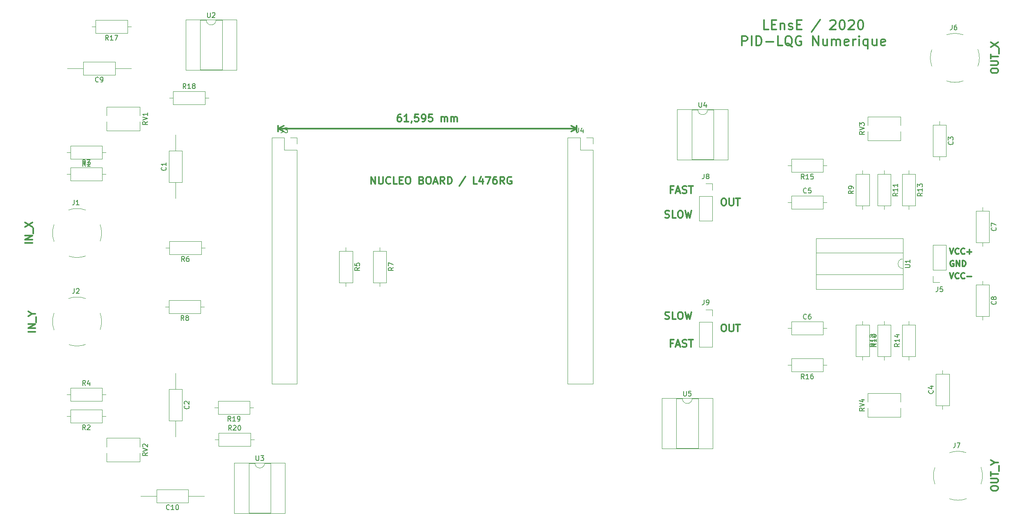
<source format=gbr>
%TF.GenerationSoftware,KiCad,Pcbnew,(5.1.6)-1*%
%TF.CreationDate,2020-11-12T09:17:09+01:00*%
%TF.ProjectId,carteAdaptatrice,63617274-6541-4646-9170-746174726963,rev?*%
%TF.SameCoordinates,Original*%
%TF.FileFunction,Legend,Top*%
%TF.FilePolarity,Positive*%
%FSLAX46Y46*%
G04 Gerber Fmt 4.6, Leading zero omitted, Abs format (unit mm)*
G04 Created by KiCad (PCBNEW (5.1.6)-1) date 2020-11-12 09:17:09*
%MOMM*%
%LPD*%
G01*
G04 APERTURE LIST*
%ADD10C,0.300000*%
%ADD11C,0.120000*%
%ADD12C,0.150000*%
G04 APERTURE END LIST*
D10*
X190996428Y-132052142D02*
X191210714Y-132123571D01*
X191567857Y-132123571D01*
X191710714Y-132052142D01*
X191782142Y-131980714D01*
X191853571Y-131837857D01*
X191853571Y-131695000D01*
X191782142Y-131552142D01*
X191710714Y-131480714D01*
X191567857Y-131409285D01*
X191282142Y-131337857D01*
X191139285Y-131266428D01*
X191067857Y-131195000D01*
X190996428Y-131052142D01*
X190996428Y-130909285D01*
X191067857Y-130766428D01*
X191139285Y-130695000D01*
X191282142Y-130623571D01*
X191639285Y-130623571D01*
X191853571Y-130695000D01*
X193210714Y-132123571D02*
X192496428Y-132123571D01*
X192496428Y-130623571D01*
X193996428Y-130623571D02*
X194282142Y-130623571D01*
X194425000Y-130695000D01*
X194567857Y-130837857D01*
X194639285Y-131123571D01*
X194639285Y-131623571D01*
X194567857Y-131909285D01*
X194425000Y-132052142D01*
X194282142Y-132123571D01*
X193996428Y-132123571D01*
X193853571Y-132052142D01*
X193710714Y-131909285D01*
X193639285Y-131623571D01*
X193639285Y-131123571D01*
X193710714Y-130837857D01*
X193853571Y-130695000D01*
X193996428Y-130623571D01*
X195139285Y-130623571D02*
X195496428Y-132123571D01*
X195782142Y-131052142D01*
X196067857Y-132123571D01*
X196425000Y-130623571D01*
X192595714Y-137052857D02*
X192095714Y-137052857D01*
X192095714Y-137838571D02*
X192095714Y-136338571D01*
X192810000Y-136338571D01*
X193310000Y-137410000D02*
X194024285Y-137410000D01*
X193167142Y-137838571D02*
X193667142Y-136338571D01*
X194167142Y-137838571D01*
X194595714Y-137767142D02*
X194810000Y-137838571D01*
X195167142Y-137838571D01*
X195310000Y-137767142D01*
X195381428Y-137695714D01*
X195452857Y-137552857D01*
X195452857Y-137410000D01*
X195381428Y-137267142D01*
X195310000Y-137195714D01*
X195167142Y-137124285D01*
X194881428Y-137052857D01*
X194738571Y-136981428D01*
X194667142Y-136910000D01*
X194595714Y-136767142D01*
X194595714Y-136624285D01*
X194667142Y-136481428D01*
X194738571Y-136410000D01*
X194881428Y-136338571D01*
X195238571Y-136338571D01*
X195452857Y-136410000D01*
X195881428Y-136338571D02*
X196738571Y-136338571D01*
X196310000Y-137838571D02*
X196310000Y-136338571D01*
X202970000Y-133163571D02*
X203255714Y-133163571D01*
X203398571Y-133235000D01*
X203541428Y-133377857D01*
X203612857Y-133663571D01*
X203612857Y-134163571D01*
X203541428Y-134449285D01*
X203398571Y-134592142D01*
X203255714Y-134663571D01*
X202970000Y-134663571D01*
X202827142Y-134592142D01*
X202684285Y-134449285D01*
X202612857Y-134163571D01*
X202612857Y-133663571D01*
X202684285Y-133377857D01*
X202827142Y-133235000D01*
X202970000Y-133163571D01*
X204255714Y-133163571D02*
X204255714Y-134377857D01*
X204327142Y-134520714D01*
X204398571Y-134592142D01*
X204541428Y-134663571D01*
X204827142Y-134663571D01*
X204970000Y-134592142D01*
X205041428Y-134520714D01*
X205112857Y-134377857D01*
X205112857Y-133163571D01*
X205612857Y-133163571D02*
X206470000Y-133163571D01*
X206041428Y-134663571D02*
X206041428Y-133163571D01*
X190996428Y-111097142D02*
X191210714Y-111168571D01*
X191567857Y-111168571D01*
X191710714Y-111097142D01*
X191782142Y-111025714D01*
X191853571Y-110882857D01*
X191853571Y-110740000D01*
X191782142Y-110597142D01*
X191710714Y-110525714D01*
X191567857Y-110454285D01*
X191282142Y-110382857D01*
X191139285Y-110311428D01*
X191067857Y-110240000D01*
X190996428Y-110097142D01*
X190996428Y-109954285D01*
X191067857Y-109811428D01*
X191139285Y-109740000D01*
X191282142Y-109668571D01*
X191639285Y-109668571D01*
X191853571Y-109740000D01*
X193210714Y-111168571D02*
X192496428Y-111168571D01*
X192496428Y-109668571D01*
X193996428Y-109668571D02*
X194282142Y-109668571D01*
X194425000Y-109740000D01*
X194567857Y-109882857D01*
X194639285Y-110168571D01*
X194639285Y-110668571D01*
X194567857Y-110954285D01*
X194425000Y-111097142D01*
X194282142Y-111168571D01*
X193996428Y-111168571D01*
X193853571Y-111097142D01*
X193710714Y-110954285D01*
X193639285Y-110668571D01*
X193639285Y-110168571D01*
X193710714Y-109882857D01*
X193853571Y-109740000D01*
X193996428Y-109668571D01*
X195139285Y-109668571D02*
X195496428Y-111168571D01*
X195782142Y-110097142D01*
X196067857Y-111168571D01*
X196425000Y-109668571D01*
X192595714Y-105302857D02*
X192095714Y-105302857D01*
X192095714Y-106088571D02*
X192095714Y-104588571D01*
X192810000Y-104588571D01*
X193310000Y-105660000D02*
X194024285Y-105660000D01*
X193167142Y-106088571D02*
X193667142Y-104588571D01*
X194167142Y-106088571D01*
X194595714Y-106017142D02*
X194810000Y-106088571D01*
X195167142Y-106088571D01*
X195310000Y-106017142D01*
X195381428Y-105945714D01*
X195452857Y-105802857D01*
X195452857Y-105660000D01*
X195381428Y-105517142D01*
X195310000Y-105445714D01*
X195167142Y-105374285D01*
X194881428Y-105302857D01*
X194738571Y-105231428D01*
X194667142Y-105160000D01*
X194595714Y-105017142D01*
X194595714Y-104874285D01*
X194667142Y-104731428D01*
X194738571Y-104660000D01*
X194881428Y-104588571D01*
X195238571Y-104588571D01*
X195452857Y-104660000D01*
X195881428Y-104588571D02*
X196738571Y-104588571D01*
X196310000Y-106088571D02*
X196310000Y-104588571D01*
X202970000Y-107128571D02*
X203255714Y-107128571D01*
X203398571Y-107200000D01*
X203541428Y-107342857D01*
X203612857Y-107628571D01*
X203612857Y-108128571D01*
X203541428Y-108414285D01*
X203398571Y-108557142D01*
X203255714Y-108628571D01*
X202970000Y-108628571D01*
X202827142Y-108557142D01*
X202684285Y-108414285D01*
X202612857Y-108128571D01*
X202612857Y-107628571D01*
X202684285Y-107342857D01*
X202827142Y-107200000D01*
X202970000Y-107128571D01*
X204255714Y-107128571D02*
X204255714Y-108342857D01*
X204327142Y-108485714D01*
X204398571Y-108557142D01*
X204541428Y-108628571D01*
X204827142Y-108628571D01*
X204970000Y-108557142D01*
X205041428Y-108485714D01*
X205112857Y-108342857D01*
X205112857Y-107128571D01*
X205612857Y-107128571D02*
X206470000Y-107128571D01*
X206041428Y-108628571D02*
X206041428Y-107128571D01*
X61003571Y-134715000D02*
X59503571Y-134715000D01*
X61003571Y-134000714D02*
X59503571Y-134000714D01*
X61003571Y-133143571D01*
X59503571Y-133143571D01*
X61146428Y-132786428D02*
X61146428Y-131643571D01*
X60289285Y-131000714D02*
X61003571Y-131000714D01*
X59503571Y-131500714D02*
X60289285Y-131000714D01*
X59503571Y-130500714D01*
X60368571Y-116371428D02*
X58868571Y-116371428D01*
X60368571Y-115657142D02*
X58868571Y-115657142D01*
X60368571Y-114800000D01*
X58868571Y-114800000D01*
X60511428Y-114442857D02*
X60511428Y-113300000D01*
X58868571Y-113085714D02*
X60368571Y-112085714D01*
X58868571Y-112085714D02*
X60368571Y-113085714D01*
X258258571Y-80890714D02*
X258258571Y-80605000D01*
X258330000Y-80462142D01*
X258472857Y-80319285D01*
X258758571Y-80247857D01*
X259258571Y-80247857D01*
X259544285Y-80319285D01*
X259687142Y-80462142D01*
X259758571Y-80605000D01*
X259758571Y-80890714D01*
X259687142Y-81033571D01*
X259544285Y-81176428D01*
X259258571Y-81247857D01*
X258758571Y-81247857D01*
X258472857Y-81176428D01*
X258330000Y-81033571D01*
X258258571Y-80890714D01*
X258258571Y-79605000D02*
X259472857Y-79605000D01*
X259615714Y-79533571D01*
X259687142Y-79462142D01*
X259758571Y-79319285D01*
X259758571Y-79033571D01*
X259687142Y-78890714D01*
X259615714Y-78819285D01*
X259472857Y-78747857D01*
X258258571Y-78747857D01*
X258258571Y-78247857D02*
X258258571Y-77390714D01*
X259758571Y-77819285D02*
X258258571Y-77819285D01*
X259901428Y-77247857D02*
X259901428Y-76105000D01*
X258258571Y-75890714D02*
X259758571Y-74890714D01*
X258258571Y-74890714D02*
X259758571Y-75890714D01*
X258258571Y-167179285D02*
X258258571Y-166893571D01*
X258330000Y-166750714D01*
X258472857Y-166607857D01*
X258758571Y-166536428D01*
X259258571Y-166536428D01*
X259544285Y-166607857D01*
X259687142Y-166750714D01*
X259758571Y-166893571D01*
X259758571Y-167179285D01*
X259687142Y-167322142D01*
X259544285Y-167465000D01*
X259258571Y-167536428D01*
X258758571Y-167536428D01*
X258472857Y-167465000D01*
X258330000Y-167322142D01*
X258258571Y-167179285D01*
X258258571Y-165893571D02*
X259472857Y-165893571D01*
X259615714Y-165822142D01*
X259687142Y-165750714D01*
X259758571Y-165607857D01*
X259758571Y-165322142D01*
X259687142Y-165179285D01*
X259615714Y-165107857D01*
X259472857Y-165036428D01*
X258258571Y-165036428D01*
X258258571Y-164536428D02*
X258258571Y-163679285D01*
X259758571Y-164107857D02*
X258258571Y-164107857D01*
X259901428Y-163536428D02*
X259901428Y-162393571D01*
X259044285Y-161750714D02*
X259758571Y-161750714D01*
X258258571Y-162250714D02*
X259044285Y-161750714D01*
X258258571Y-161250714D01*
X250545714Y-120050000D02*
X250431428Y-119992857D01*
X250260000Y-119992857D01*
X250088571Y-120050000D01*
X249974285Y-120164285D01*
X249917142Y-120278571D01*
X249860000Y-120507142D01*
X249860000Y-120678571D01*
X249917142Y-120907142D01*
X249974285Y-121021428D01*
X250088571Y-121135714D01*
X250260000Y-121192857D01*
X250374285Y-121192857D01*
X250545714Y-121135714D01*
X250602857Y-121078571D01*
X250602857Y-120678571D01*
X250374285Y-120678571D01*
X251117142Y-121192857D02*
X251117142Y-119992857D01*
X251802857Y-121192857D01*
X251802857Y-119992857D01*
X252374285Y-121192857D02*
X252374285Y-119992857D01*
X252660000Y-119992857D01*
X252831428Y-120050000D01*
X252945714Y-120164285D01*
X253002857Y-120278571D01*
X253060000Y-120507142D01*
X253060000Y-120678571D01*
X253002857Y-120907142D01*
X252945714Y-121021428D01*
X252831428Y-121135714D01*
X252660000Y-121192857D01*
X252374285Y-121192857D01*
X249752142Y-122532857D02*
X250152142Y-123732857D01*
X250552142Y-122532857D01*
X251637857Y-123618571D02*
X251580714Y-123675714D01*
X251409285Y-123732857D01*
X251295000Y-123732857D01*
X251123571Y-123675714D01*
X251009285Y-123561428D01*
X250952142Y-123447142D01*
X250895000Y-123218571D01*
X250895000Y-123047142D01*
X250952142Y-122818571D01*
X251009285Y-122704285D01*
X251123571Y-122590000D01*
X251295000Y-122532857D01*
X251409285Y-122532857D01*
X251580714Y-122590000D01*
X251637857Y-122647142D01*
X252837857Y-123618571D02*
X252780714Y-123675714D01*
X252609285Y-123732857D01*
X252495000Y-123732857D01*
X252323571Y-123675714D01*
X252209285Y-123561428D01*
X252152142Y-123447142D01*
X252095000Y-123218571D01*
X252095000Y-123047142D01*
X252152142Y-122818571D01*
X252209285Y-122704285D01*
X252323571Y-122590000D01*
X252495000Y-122532857D01*
X252609285Y-122532857D01*
X252780714Y-122590000D01*
X252837857Y-122647142D01*
X253352142Y-123275714D02*
X254266428Y-123275714D01*
X249752142Y-117452857D02*
X250152142Y-118652857D01*
X250552142Y-117452857D01*
X251637857Y-118538571D02*
X251580714Y-118595714D01*
X251409285Y-118652857D01*
X251295000Y-118652857D01*
X251123571Y-118595714D01*
X251009285Y-118481428D01*
X250952142Y-118367142D01*
X250895000Y-118138571D01*
X250895000Y-117967142D01*
X250952142Y-117738571D01*
X251009285Y-117624285D01*
X251123571Y-117510000D01*
X251295000Y-117452857D01*
X251409285Y-117452857D01*
X251580714Y-117510000D01*
X251637857Y-117567142D01*
X252837857Y-118538571D02*
X252780714Y-118595714D01*
X252609285Y-118652857D01*
X252495000Y-118652857D01*
X252323571Y-118595714D01*
X252209285Y-118481428D01*
X252152142Y-118367142D01*
X252095000Y-118138571D01*
X252095000Y-117967142D01*
X252152142Y-117738571D01*
X252209285Y-117624285D01*
X252323571Y-117510000D01*
X252495000Y-117452857D01*
X252609285Y-117452857D01*
X252780714Y-117510000D01*
X252837857Y-117567142D01*
X253352142Y-118195714D02*
X254266428Y-118195714D01*
X253809285Y-118652857D02*
X253809285Y-117738571D01*
X130315714Y-104183571D02*
X130315714Y-102683571D01*
X131172857Y-104183571D01*
X131172857Y-102683571D01*
X131887142Y-102683571D02*
X131887142Y-103897857D01*
X131958571Y-104040714D01*
X132030000Y-104112142D01*
X132172857Y-104183571D01*
X132458571Y-104183571D01*
X132601428Y-104112142D01*
X132672857Y-104040714D01*
X132744285Y-103897857D01*
X132744285Y-102683571D01*
X134315714Y-104040714D02*
X134244285Y-104112142D01*
X134030000Y-104183571D01*
X133887142Y-104183571D01*
X133672857Y-104112142D01*
X133530000Y-103969285D01*
X133458571Y-103826428D01*
X133387142Y-103540714D01*
X133387142Y-103326428D01*
X133458571Y-103040714D01*
X133530000Y-102897857D01*
X133672857Y-102755000D01*
X133887142Y-102683571D01*
X134030000Y-102683571D01*
X134244285Y-102755000D01*
X134315714Y-102826428D01*
X135672857Y-104183571D02*
X134958571Y-104183571D01*
X134958571Y-102683571D01*
X136172857Y-103397857D02*
X136672857Y-103397857D01*
X136887142Y-104183571D02*
X136172857Y-104183571D01*
X136172857Y-102683571D01*
X136887142Y-102683571D01*
X137815714Y-102683571D02*
X138101428Y-102683571D01*
X138244285Y-102755000D01*
X138387142Y-102897857D01*
X138458571Y-103183571D01*
X138458571Y-103683571D01*
X138387142Y-103969285D01*
X138244285Y-104112142D01*
X138101428Y-104183571D01*
X137815714Y-104183571D01*
X137672857Y-104112142D01*
X137530000Y-103969285D01*
X137458571Y-103683571D01*
X137458571Y-103183571D01*
X137530000Y-102897857D01*
X137672857Y-102755000D01*
X137815714Y-102683571D01*
X140744285Y-103397857D02*
X140958571Y-103469285D01*
X141030000Y-103540714D01*
X141101428Y-103683571D01*
X141101428Y-103897857D01*
X141030000Y-104040714D01*
X140958571Y-104112142D01*
X140815714Y-104183571D01*
X140244285Y-104183571D01*
X140244285Y-102683571D01*
X140744285Y-102683571D01*
X140887142Y-102755000D01*
X140958571Y-102826428D01*
X141030000Y-102969285D01*
X141030000Y-103112142D01*
X140958571Y-103255000D01*
X140887142Y-103326428D01*
X140744285Y-103397857D01*
X140244285Y-103397857D01*
X142030000Y-102683571D02*
X142315714Y-102683571D01*
X142458571Y-102755000D01*
X142601428Y-102897857D01*
X142672857Y-103183571D01*
X142672857Y-103683571D01*
X142601428Y-103969285D01*
X142458571Y-104112142D01*
X142315714Y-104183571D01*
X142030000Y-104183571D01*
X141887142Y-104112142D01*
X141744285Y-103969285D01*
X141672857Y-103683571D01*
X141672857Y-103183571D01*
X141744285Y-102897857D01*
X141887142Y-102755000D01*
X142030000Y-102683571D01*
X143244285Y-103755000D02*
X143958571Y-103755000D01*
X143101428Y-104183571D02*
X143601428Y-102683571D01*
X144101428Y-104183571D01*
X145458571Y-104183571D02*
X144958571Y-103469285D01*
X144601428Y-104183571D02*
X144601428Y-102683571D01*
X145172857Y-102683571D01*
X145315714Y-102755000D01*
X145387142Y-102826428D01*
X145458571Y-102969285D01*
X145458571Y-103183571D01*
X145387142Y-103326428D01*
X145315714Y-103397857D01*
X145172857Y-103469285D01*
X144601428Y-103469285D01*
X146101428Y-104183571D02*
X146101428Y-102683571D01*
X146458571Y-102683571D01*
X146672857Y-102755000D01*
X146815714Y-102897857D01*
X146887142Y-103040714D01*
X146958571Y-103326428D01*
X146958571Y-103540714D01*
X146887142Y-103826428D01*
X146815714Y-103969285D01*
X146672857Y-104112142D01*
X146458571Y-104183571D01*
X146101428Y-104183571D01*
X149815714Y-102612142D02*
X148530000Y-104540714D01*
X152172857Y-104183571D02*
X151458571Y-104183571D01*
X151458571Y-102683571D01*
X153315714Y-103183571D02*
X153315714Y-104183571D01*
X152958571Y-102612142D02*
X152601428Y-103683571D01*
X153530000Y-103683571D01*
X153958571Y-102683571D02*
X154958571Y-102683571D01*
X154315714Y-104183571D01*
X156172857Y-102683571D02*
X155887142Y-102683571D01*
X155744285Y-102755000D01*
X155672857Y-102826428D01*
X155530000Y-103040714D01*
X155458571Y-103326428D01*
X155458571Y-103897857D01*
X155530000Y-104040714D01*
X155601428Y-104112142D01*
X155744285Y-104183571D01*
X156030000Y-104183571D01*
X156172857Y-104112142D01*
X156244285Y-104040714D01*
X156315714Y-103897857D01*
X156315714Y-103540714D01*
X156244285Y-103397857D01*
X156172857Y-103326428D01*
X156030000Y-103255000D01*
X155744285Y-103255000D01*
X155601428Y-103326428D01*
X155530000Y-103397857D01*
X155458571Y-103540714D01*
X157815714Y-104183571D02*
X157315714Y-103469285D01*
X156958571Y-104183571D02*
X156958571Y-102683571D01*
X157530000Y-102683571D01*
X157672857Y-102755000D01*
X157744285Y-102826428D01*
X157815714Y-102969285D01*
X157815714Y-103183571D01*
X157744285Y-103326428D01*
X157672857Y-103397857D01*
X157530000Y-103469285D01*
X156958571Y-103469285D01*
X159244285Y-102755000D02*
X159101428Y-102683571D01*
X158887142Y-102683571D01*
X158672857Y-102755000D01*
X158530000Y-102897857D01*
X158458571Y-103040714D01*
X158387142Y-103326428D01*
X158387142Y-103540714D01*
X158458571Y-103826428D01*
X158530000Y-103969285D01*
X158672857Y-104112142D01*
X158887142Y-104183571D01*
X159030000Y-104183571D01*
X159244285Y-104112142D01*
X159315714Y-104040714D01*
X159315714Y-103540714D01*
X159030000Y-103540714D01*
X212329285Y-72279761D02*
X211376904Y-72279761D01*
X211376904Y-70279761D01*
X212995952Y-71232142D02*
X213662619Y-71232142D01*
X213948333Y-72279761D02*
X212995952Y-72279761D01*
X212995952Y-70279761D01*
X213948333Y-70279761D01*
X214805476Y-70946428D02*
X214805476Y-72279761D01*
X214805476Y-71136904D02*
X214900714Y-71041666D01*
X215091190Y-70946428D01*
X215376904Y-70946428D01*
X215567380Y-71041666D01*
X215662619Y-71232142D01*
X215662619Y-72279761D01*
X216519761Y-72184523D02*
X216710238Y-72279761D01*
X217091190Y-72279761D01*
X217281666Y-72184523D01*
X217376904Y-71994047D01*
X217376904Y-71898809D01*
X217281666Y-71708333D01*
X217091190Y-71613095D01*
X216805476Y-71613095D01*
X216615000Y-71517857D01*
X216519761Y-71327380D01*
X216519761Y-71232142D01*
X216615000Y-71041666D01*
X216805476Y-70946428D01*
X217091190Y-70946428D01*
X217281666Y-71041666D01*
X218234047Y-71232142D02*
X218900714Y-71232142D01*
X219186428Y-72279761D02*
X218234047Y-72279761D01*
X218234047Y-70279761D01*
X219186428Y-70279761D01*
X222995952Y-70184523D02*
X221281666Y-72755952D01*
X225091190Y-70470238D02*
X225186428Y-70375000D01*
X225376904Y-70279761D01*
X225853095Y-70279761D01*
X226043571Y-70375000D01*
X226138809Y-70470238D01*
X226234047Y-70660714D01*
X226234047Y-70851190D01*
X226138809Y-71136904D01*
X224995952Y-72279761D01*
X226234047Y-72279761D01*
X227472142Y-70279761D02*
X227662619Y-70279761D01*
X227853095Y-70375000D01*
X227948333Y-70470238D01*
X228043571Y-70660714D01*
X228138809Y-71041666D01*
X228138809Y-71517857D01*
X228043571Y-71898809D01*
X227948333Y-72089285D01*
X227853095Y-72184523D01*
X227662619Y-72279761D01*
X227472142Y-72279761D01*
X227281666Y-72184523D01*
X227186428Y-72089285D01*
X227091190Y-71898809D01*
X226995952Y-71517857D01*
X226995952Y-71041666D01*
X227091190Y-70660714D01*
X227186428Y-70470238D01*
X227281666Y-70375000D01*
X227472142Y-70279761D01*
X228900714Y-70470238D02*
X228995952Y-70375000D01*
X229186428Y-70279761D01*
X229662619Y-70279761D01*
X229853095Y-70375000D01*
X229948333Y-70470238D01*
X230043571Y-70660714D01*
X230043571Y-70851190D01*
X229948333Y-71136904D01*
X228805476Y-72279761D01*
X230043571Y-72279761D01*
X231281666Y-70279761D02*
X231472142Y-70279761D01*
X231662619Y-70375000D01*
X231757857Y-70470238D01*
X231853095Y-70660714D01*
X231948333Y-71041666D01*
X231948333Y-71517857D01*
X231853095Y-71898809D01*
X231757857Y-72089285D01*
X231662619Y-72184523D01*
X231472142Y-72279761D01*
X231281666Y-72279761D01*
X231091190Y-72184523D01*
X230995952Y-72089285D01*
X230900714Y-71898809D01*
X230805476Y-71517857D01*
X230805476Y-71041666D01*
X230900714Y-70660714D01*
X230995952Y-70470238D01*
X231091190Y-70375000D01*
X231281666Y-70279761D01*
X206853095Y-75579761D02*
X206853095Y-73579761D01*
X207615000Y-73579761D01*
X207805476Y-73675000D01*
X207900714Y-73770238D01*
X207995952Y-73960714D01*
X207995952Y-74246428D01*
X207900714Y-74436904D01*
X207805476Y-74532142D01*
X207615000Y-74627380D01*
X206853095Y-74627380D01*
X208853095Y-75579761D02*
X208853095Y-73579761D01*
X209805476Y-75579761D02*
X209805476Y-73579761D01*
X210281666Y-73579761D01*
X210567380Y-73675000D01*
X210757857Y-73865476D01*
X210853095Y-74055952D01*
X210948333Y-74436904D01*
X210948333Y-74722619D01*
X210853095Y-75103571D01*
X210757857Y-75294047D01*
X210567380Y-75484523D01*
X210281666Y-75579761D01*
X209805476Y-75579761D01*
X211805476Y-74817857D02*
X213329285Y-74817857D01*
X215234047Y-75579761D02*
X214281666Y-75579761D01*
X214281666Y-73579761D01*
X217234047Y-75770238D02*
X217043571Y-75675000D01*
X216853095Y-75484523D01*
X216567380Y-75198809D01*
X216376904Y-75103571D01*
X216186428Y-75103571D01*
X216281666Y-75579761D02*
X216091190Y-75484523D01*
X215900714Y-75294047D01*
X215805476Y-74913095D01*
X215805476Y-74246428D01*
X215900714Y-73865476D01*
X216091190Y-73675000D01*
X216281666Y-73579761D01*
X216662619Y-73579761D01*
X216853095Y-73675000D01*
X217043571Y-73865476D01*
X217138809Y-74246428D01*
X217138809Y-74913095D01*
X217043571Y-75294047D01*
X216853095Y-75484523D01*
X216662619Y-75579761D01*
X216281666Y-75579761D01*
X219043571Y-73675000D02*
X218853095Y-73579761D01*
X218567380Y-73579761D01*
X218281666Y-73675000D01*
X218091190Y-73865476D01*
X217995952Y-74055952D01*
X217900714Y-74436904D01*
X217900714Y-74722619D01*
X217995952Y-75103571D01*
X218091190Y-75294047D01*
X218281666Y-75484523D01*
X218567380Y-75579761D01*
X218757857Y-75579761D01*
X219043571Y-75484523D01*
X219138809Y-75389285D01*
X219138809Y-74722619D01*
X218757857Y-74722619D01*
X221519761Y-75579761D02*
X221519761Y-73579761D01*
X222662619Y-75579761D01*
X222662619Y-73579761D01*
X224472142Y-74246428D02*
X224472142Y-75579761D01*
X223615000Y-74246428D02*
X223615000Y-75294047D01*
X223710238Y-75484523D01*
X223900714Y-75579761D01*
X224186428Y-75579761D01*
X224376904Y-75484523D01*
X224472142Y-75389285D01*
X225424523Y-75579761D02*
X225424523Y-74246428D01*
X225424523Y-74436904D02*
X225519761Y-74341666D01*
X225710238Y-74246428D01*
X225995952Y-74246428D01*
X226186428Y-74341666D01*
X226281666Y-74532142D01*
X226281666Y-75579761D01*
X226281666Y-74532142D02*
X226376904Y-74341666D01*
X226567380Y-74246428D01*
X226853095Y-74246428D01*
X227043571Y-74341666D01*
X227138809Y-74532142D01*
X227138809Y-75579761D01*
X228853095Y-75484523D02*
X228662619Y-75579761D01*
X228281666Y-75579761D01*
X228091190Y-75484523D01*
X227995952Y-75294047D01*
X227995952Y-74532142D01*
X228091190Y-74341666D01*
X228281666Y-74246428D01*
X228662619Y-74246428D01*
X228853095Y-74341666D01*
X228948333Y-74532142D01*
X228948333Y-74722619D01*
X227995952Y-74913095D01*
X229805476Y-75579761D02*
X229805476Y-74246428D01*
X229805476Y-74627380D02*
X229900714Y-74436904D01*
X229995952Y-74341666D01*
X230186428Y-74246428D01*
X230376904Y-74246428D01*
X231043571Y-75579761D02*
X231043571Y-74246428D01*
X231043571Y-73579761D02*
X230948333Y-73675000D01*
X231043571Y-73770238D01*
X231138809Y-73675000D01*
X231043571Y-73579761D01*
X231043571Y-73770238D01*
X232853095Y-74246428D02*
X232853095Y-76246428D01*
X232853095Y-75484523D02*
X232662619Y-75579761D01*
X232281666Y-75579761D01*
X232091190Y-75484523D01*
X231995952Y-75389285D01*
X231900714Y-75198809D01*
X231900714Y-74627380D01*
X231995952Y-74436904D01*
X232091190Y-74341666D01*
X232281666Y-74246428D01*
X232662619Y-74246428D01*
X232853095Y-74341666D01*
X234662619Y-74246428D02*
X234662619Y-75579761D01*
X233805476Y-74246428D02*
X233805476Y-75294047D01*
X233900714Y-75484523D01*
X234091190Y-75579761D01*
X234376904Y-75579761D01*
X234567380Y-75484523D01*
X234662619Y-75389285D01*
X236376904Y-75484523D02*
X236186428Y-75579761D01*
X235805476Y-75579761D01*
X235615000Y-75484523D01*
X235519761Y-75294047D01*
X235519761Y-74532142D01*
X235615000Y-74341666D01*
X235805476Y-74246428D01*
X236186428Y-74246428D01*
X236376904Y-74341666D01*
X236472142Y-74532142D01*
X236472142Y-74722619D01*
X235519761Y-74913095D01*
X136422500Y-89788571D02*
X136136785Y-89788571D01*
X135993928Y-89860000D01*
X135922500Y-89931428D01*
X135779642Y-90145714D01*
X135708214Y-90431428D01*
X135708214Y-91002857D01*
X135779642Y-91145714D01*
X135851071Y-91217142D01*
X135993928Y-91288571D01*
X136279642Y-91288571D01*
X136422500Y-91217142D01*
X136493928Y-91145714D01*
X136565357Y-91002857D01*
X136565357Y-90645714D01*
X136493928Y-90502857D01*
X136422500Y-90431428D01*
X136279642Y-90360000D01*
X135993928Y-90360000D01*
X135851071Y-90431428D01*
X135779642Y-90502857D01*
X135708214Y-90645714D01*
X137993928Y-91288571D02*
X137136785Y-91288571D01*
X137565357Y-91288571D02*
X137565357Y-89788571D01*
X137422500Y-90002857D01*
X137279642Y-90145714D01*
X137136785Y-90217142D01*
X138708214Y-91217142D02*
X138708214Y-91288571D01*
X138636785Y-91431428D01*
X138565357Y-91502857D01*
X140065357Y-89788571D02*
X139351071Y-89788571D01*
X139279642Y-90502857D01*
X139351071Y-90431428D01*
X139493928Y-90360000D01*
X139851071Y-90360000D01*
X139993928Y-90431428D01*
X140065357Y-90502857D01*
X140136785Y-90645714D01*
X140136785Y-91002857D01*
X140065357Y-91145714D01*
X139993928Y-91217142D01*
X139851071Y-91288571D01*
X139493928Y-91288571D01*
X139351071Y-91217142D01*
X139279642Y-91145714D01*
X140851071Y-91288571D02*
X141136785Y-91288571D01*
X141279642Y-91217142D01*
X141351071Y-91145714D01*
X141493928Y-90931428D01*
X141565357Y-90645714D01*
X141565357Y-90074285D01*
X141493928Y-89931428D01*
X141422500Y-89860000D01*
X141279642Y-89788571D01*
X140993928Y-89788571D01*
X140851071Y-89860000D01*
X140779642Y-89931428D01*
X140708214Y-90074285D01*
X140708214Y-90431428D01*
X140779642Y-90574285D01*
X140851071Y-90645714D01*
X140993928Y-90717142D01*
X141279642Y-90717142D01*
X141422500Y-90645714D01*
X141493928Y-90574285D01*
X141565357Y-90431428D01*
X142922500Y-89788571D02*
X142208214Y-89788571D01*
X142136785Y-90502857D01*
X142208214Y-90431428D01*
X142351071Y-90360000D01*
X142708214Y-90360000D01*
X142851071Y-90431428D01*
X142922500Y-90502857D01*
X142993928Y-90645714D01*
X142993928Y-91002857D01*
X142922500Y-91145714D01*
X142851071Y-91217142D01*
X142708214Y-91288571D01*
X142351071Y-91288571D01*
X142208214Y-91217142D01*
X142136785Y-91145714D01*
X144779642Y-91288571D02*
X144779642Y-90288571D01*
X144779642Y-90431428D02*
X144851071Y-90360000D01*
X144993928Y-90288571D01*
X145208214Y-90288571D01*
X145351071Y-90360000D01*
X145422500Y-90502857D01*
X145422500Y-91288571D01*
X145422500Y-90502857D02*
X145493928Y-90360000D01*
X145636785Y-90288571D01*
X145851071Y-90288571D01*
X145993928Y-90360000D01*
X146065357Y-90502857D01*
X146065357Y-91288571D01*
X146779642Y-91288571D02*
X146779642Y-90288571D01*
X146779642Y-90431428D02*
X146851071Y-90360000D01*
X146993928Y-90288571D01*
X147208214Y-90288571D01*
X147351071Y-90360000D01*
X147422500Y-90502857D01*
X147422500Y-91288571D01*
X147422500Y-90502857D02*
X147493928Y-90360000D01*
X147636785Y-90288571D01*
X147851071Y-90288571D01*
X147993928Y-90360000D01*
X148065357Y-90502857D01*
X148065357Y-91288571D01*
X111125000Y-92710000D02*
X172720000Y-92710000D01*
X111125000Y-93345000D02*
X111125000Y-92123579D01*
X172720000Y-93345000D02*
X172720000Y-92123579D01*
X172720000Y-92710000D02*
X171593496Y-93296421D01*
X172720000Y-92710000D02*
X171593496Y-92123579D01*
X111125000Y-92710000D02*
X112251504Y-93296421D01*
X111125000Y-92710000D02*
X112251504Y-92123579D01*
D11*
%TO.C,C3*%
X247650000Y-99290000D02*
X247650000Y-98520000D01*
X247650000Y-91210000D02*
X247650000Y-91980000D01*
X249020000Y-98520000D02*
X249020000Y-91980000D01*
X246280000Y-98520000D02*
X249020000Y-98520000D01*
X246280000Y-91980000D02*
X246280000Y-98520000D01*
X249020000Y-91980000D02*
X246280000Y-91980000D01*
%TO.C,C4*%
X246915000Y-149955000D02*
X249655000Y-149955000D01*
X249655000Y-149955000D02*
X249655000Y-143415000D01*
X249655000Y-143415000D02*
X246915000Y-143415000D01*
X246915000Y-143415000D02*
X246915000Y-149955000D01*
X248285000Y-150725000D02*
X248285000Y-149955000D01*
X248285000Y-142645000D02*
X248285000Y-143415000D01*
%TO.C,C5*%
X217075000Y-106580000D02*
X217075000Y-109320000D01*
X217075000Y-109320000D02*
X223615000Y-109320000D01*
X223615000Y-109320000D02*
X223615000Y-106580000D01*
X223615000Y-106580000D02*
X217075000Y-106580000D01*
X216305000Y-107950000D02*
X217075000Y-107950000D01*
X224385000Y-107950000D02*
X223615000Y-107950000D01*
%TO.C,C6*%
X217075000Y-132615000D02*
X217075000Y-135355000D01*
X217075000Y-135355000D02*
X223615000Y-135355000D01*
X223615000Y-135355000D02*
X223615000Y-132615000D01*
X223615000Y-132615000D02*
X217075000Y-132615000D01*
X216305000Y-133985000D02*
X217075000Y-133985000D01*
X224385000Y-133985000D02*
X223615000Y-133985000D01*
%TO.C,C7*%
X256540000Y-117070000D02*
X256540000Y-116300000D01*
X256540000Y-108990000D02*
X256540000Y-109760000D01*
X257910000Y-116300000D02*
X257910000Y-109760000D01*
X255170000Y-116300000D02*
X257910000Y-116300000D01*
X255170000Y-109760000D02*
X255170000Y-116300000D01*
X257910000Y-109760000D02*
X255170000Y-109760000D01*
%TO.C,C8*%
X257910000Y-125000000D02*
X255170000Y-125000000D01*
X255170000Y-125000000D02*
X255170000Y-131540000D01*
X255170000Y-131540000D02*
X257910000Y-131540000D01*
X257910000Y-131540000D02*
X257910000Y-125000000D01*
X256540000Y-124230000D02*
X256540000Y-125000000D01*
X256540000Y-132310000D02*
X256540000Y-131540000D01*
%TO.C,J1*%
X64832411Y-112587337D02*
G75*
G03*
X64846000Y-116050000I4763589J-1712663D01*
G01*
X67883337Y-119063589D02*
G75*
G03*
X71346000Y-119050000I1712663J4763589D01*
G01*
X74359589Y-116012663D02*
G75*
G03*
X74346000Y-112550000I-4763589J1712663D01*
G01*
X71308663Y-109536411D02*
G75*
G03*
X67846000Y-109550000I-1712663J-4763589D01*
G01*
%TO.C,J2*%
X71308663Y-127824411D02*
G75*
G03*
X67846000Y-127838000I-1712663J-4763589D01*
G01*
X74359589Y-134300663D02*
G75*
G03*
X74346000Y-130838000I-4763589J1712663D01*
G01*
X67883337Y-137351589D02*
G75*
G03*
X71346000Y-137338000I1712663J4763589D01*
G01*
X64832411Y-130875337D02*
G75*
G03*
X64846000Y-134338000I4763589J-1712663D01*
G01*
%TO.C,J3*%
X109795000Y-94555000D02*
X112395000Y-94555000D01*
X109795000Y-94555000D02*
X109795000Y-145475000D01*
X109795000Y-145475000D02*
X114995000Y-145475000D01*
X114995000Y-97155000D02*
X114995000Y-145475000D01*
X112395000Y-97155000D02*
X114995000Y-97155000D01*
X112395000Y-94555000D02*
X112395000Y-97155000D01*
X114995000Y-94555000D02*
X114995000Y-95885000D01*
X113665000Y-94555000D02*
X114995000Y-94555000D01*
%TO.C,J4*%
X174752000Y-94555000D02*
X176082000Y-94555000D01*
X176082000Y-94555000D02*
X176082000Y-95885000D01*
X173482000Y-94555000D02*
X173482000Y-97155000D01*
X173482000Y-97155000D02*
X176082000Y-97155000D01*
X176082000Y-97155000D02*
X176082000Y-145475000D01*
X170882000Y-145475000D02*
X176082000Y-145475000D01*
X170882000Y-94555000D02*
X170882000Y-145475000D01*
X170882000Y-94555000D02*
X173482000Y-94555000D01*
%TO.C,J5*%
X248980000Y-121920000D02*
X246320000Y-121920000D01*
X248980000Y-121920000D02*
X248980000Y-116780000D01*
X248980000Y-116780000D02*
X246320000Y-116780000D01*
X246320000Y-121920000D02*
X246320000Y-116780000D01*
X246320000Y-124520000D02*
X246320000Y-123190000D01*
X247650000Y-124520000D02*
X246320000Y-124520000D01*
%TO.C,J6*%
X246061411Y-76392337D02*
G75*
G03*
X246075000Y-79855000I4763589J-1712663D01*
G01*
X249112337Y-82868589D02*
G75*
G03*
X252575000Y-82855000I1712663J4763589D01*
G01*
X255588589Y-79817663D02*
G75*
G03*
X255575000Y-76355000I-4763589J1712663D01*
G01*
X252537663Y-73341411D02*
G75*
G03*
X249075000Y-73355000I-1712663J-4763589D01*
G01*
%TO.C,J7*%
X253172663Y-159701411D02*
G75*
G03*
X249710000Y-159715000I-1712663J-4763589D01*
G01*
X256223589Y-166177663D02*
G75*
G03*
X256210000Y-162715000I-4763589J1712663D01*
G01*
X249747337Y-169228589D02*
G75*
G03*
X253210000Y-169215000I1712663J4763589D01*
G01*
X246696411Y-162752337D02*
G75*
G03*
X246710000Y-166215000I4763589J-1712663D01*
G01*
%TO.C,J8*%
X199390000Y-104080000D02*
X200720000Y-104080000D01*
X200720000Y-104080000D02*
X200720000Y-105410000D01*
X200720000Y-106680000D02*
X200720000Y-111820000D01*
X198060000Y-111820000D02*
X200720000Y-111820000D01*
X198060000Y-106680000D02*
X198060000Y-111820000D01*
X198060000Y-106680000D02*
X200720000Y-106680000D01*
%TO.C,J9*%
X198060000Y-132715000D02*
X200720000Y-132715000D01*
X198060000Y-132715000D02*
X198060000Y-137855000D01*
X198060000Y-137855000D02*
X200720000Y-137855000D01*
X200720000Y-132715000D02*
X200720000Y-137855000D01*
X200720000Y-130115000D02*
X200720000Y-131445000D01*
X199390000Y-130115000D02*
X200720000Y-130115000D01*
%TO.C,R1*%
X74771000Y-99033000D02*
X74771000Y-96293000D01*
X74771000Y-96293000D02*
X68231000Y-96293000D01*
X68231000Y-96293000D02*
X68231000Y-99033000D01*
X68231000Y-99033000D02*
X74771000Y-99033000D01*
X75541000Y-97663000D02*
X74771000Y-97663000D01*
X67461000Y-97663000D02*
X68231000Y-97663000D01*
%TO.C,R2*%
X67461000Y-152146000D02*
X68231000Y-152146000D01*
X75541000Y-152146000D02*
X74771000Y-152146000D01*
X68231000Y-153516000D02*
X74771000Y-153516000D01*
X68231000Y-150776000D02*
X68231000Y-153516000D01*
X74771000Y-150776000D02*
X68231000Y-150776000D01*
X74771000Y-153516000D02*
X74771000Y-150776000D01*
%TO.C,R3*%
X68231000Y-100738000D02*
X68231000Y-103478000D01*
X68231000Y-103478000D02*
X74771000Y-103478000D01*
X74771000Y-103478000D02*
X74771000Y-100738000D01*
X74771000Y-100738000D02*
X68231000Y-100738000D01*
X67461000Y-102108000D02*
X68231000Y-102108000D01*
X75541000Y-102108000D02*
X74771000Y-102108000D01*
%TO.C,R4*%
X68231000Y-146331000D02*
X68231000Y-149071000D01*
X68231000Y-149071000D02*
X74771000Y-149071000D01*
X74771000Y-149071000D02*
X74771000Y-146331000D01*
X74771000Y-146331000D02*
X68231000Y-146331000D01*
X67461000Y-147701000D02*
X68231000Y-147701000D01*
X75541000Y-147701000D02*
X74771000Y-147701000D01*
%TO.C,R5*%
X125095000Y-125325000D02*
X125095000Y-124555000D01*
X125095000Y-117245000D02*
X125095000Y-118015000D01*
X126465000Y-124555000D02*
X126465000Y-118015000D01*
X123725000Y-124555000D02*
X126465000Y-124555000D01*
X123725000Y-118015000D02*
X123725000Y-124555000D01*
X126465000Y-118015000D02*
X123725000Y-118015000D01*
%TO.C,R6*%
X87908000Y-117348000D02*
X88678000Y-117348000D01*
X95988000Y-117348000D02*
X95218000Y-117348000D01*
X88678000Y-118718000D02*
X95218000Y-118718000D01*
X88678000Y-115978000D02*
X88678000Y-118718000D01*
X95218000Y-115978000D02*
X88678000Y-115978000D01*
X95218000Y-118718000D02*
X95218000Y-115978000D01*
%TO.C,R7*%
X133450000Y-118015000D02*
X130710000Y-118015000D01*
X130710000Y-118015000D02*
X130710000Y-124555000D01*
X130710000Y-124555000D02*
X133450000Y-124555000D01*
X133450000Y-124555000D02*
X133450000Y-118015000D01*
X132080000Y-117245000D02*
X132080000Y-118015000D01*
X132080000Y-125325000D02*
X132080000Y-124555000D01*
%TO.C,R8*%
X87781000Y-129540000D02*
X88551000Y-129540000D01*
X95861000Y-129540000D02*
X95091000Y-129540000D01*
X88551000Y-130910000D02*
X95091000Y-130910000D01*
X88551000Y-128170000D02*
X88551000Y-130910000D01*
X95091000Y-128170000D02*
X88551000Y-128170000D01*
X95091000Y-130910000D02*
X95091000Y-128170000D01*
%TO.C,R9*%
X231775000Y-101370000D02*
X231775000Y-102140000D01*
X231775000Y-109450000D02*
X231775000Y-108680000D01*
X230405000Y-102140000D02*
X230405000Y-108680000D01*
X233145000Y-102140000D02*
X230405000Y-102140000D01*
X233145000Y-108680000D02*
X233145000Y-102140000D01*
X230405000Y-108680000D02*
X233145000Y-108680000D01*
%TO.C,R10*%
X231775000Y-140565000D02*
X231775000Y-139795000D01*
X231775000Y-132485000D02*
X231775000Y-133255000D01*
X233145000Y-139795000D02*
X233145000Y-133255000D01*
X230405000Y-139795000D02*
X233145000Y-139795000D01*
X230405000Y-133255000D02*
X230405000Y-139795000D01*
X233145000Y-133255000D02*
X230405000Y-133255000D01*
%TO.C,R11*%
X237590000Y-102140000D02*
X234850000Y-102140000D01*
X234850000Y-102140000D02*
X234850000Y-108680000D01*
X234850000Y-108680000D02*
X237590000Y-108680000D01*
X237590000Y-108680000D02*
X237590000Y-102140000D01*
X236220000Y-101370000D02*
X236220000Y-102140000D01*
X236220000Y-109450000D02*
X236220000Y-108680000D01*
%TO.C,R12*%
X234850000Y-139795000D02*
X237590000Y-139795000D01*
X237590000Y-139795000D02*
X237590000Y-133255000D01*
X237590000Y-133255000D02*
X234850000Y-133255000D01*
X234850000Y-133255000D02*
X234850000Y-139795000D01*
X236220000Y-140565000D02*
X236220000Y-139795000D01*
X236220000Y-132485000D02*
X236220000Y-133255000D01*
%TO.C,R13*%
X241300000Y-109450000D02*
X241300000Y-108680000D01*
X241300000Y-101370000D02*
X241300000Y-102140000D01*
X242670000Y-108680000D02*
X242670000Y-102140000D01*
X239930000Y-108680000D02*
X242670000Y-108680000D01*
X239930000Y-102140000D02*
X239930000Y-108680000D01*
X242670000Y-102140000D02*
X239930000Y-102140000D01*
%TO.C,R14*%
X239930000Y-139795000D02*
X242670000Y-139795000D01*
X242670000Y-139795000D02*
X242670000Y-133255000D01*
X242670000Y-133255000D02*
X239930000Y-133255000D01*
X239930000Y-133255000D02*
X239930000Y-139795000D01*
X241300000Y-140565000D02*
X241300000Y-139795000D01*
X241300000Y-132485000D02*
X241300000Y-133255000D01*
%TO.C,R15*%
X216305000Y-100330000D02*
X217075000Y-100330000D01*
X224385000Y-100330000D02*
X223615000Y-100330000D01*
X217075000Y-101700000D02*
X223615000Y-101700000D01*
X217075000Y-98960000D02*
X217075000Y-101700000D01*
X223615000Y-98960000D02*
X217075000Y-98960000D01*
X223615000Y-101700000D02*
X223615000Y-98960000D01*
%TO.C,R16*%
X216305000Y-141605000D02*
X217075000Y-141605000D01*
X224385000Y-141605000D02*
X223615000Y-141605000D01*
X217075000Y-142975000D02*
X223615000Y-142975000D01*
X217075000Y-140235000D02*
X217075000Y-142975000D01*
X223615000Y-140235000D02*
X217075000Y-140235000D01*
X223615000Y-142975000D02*
X223615000Y-140235000D01*
%TO.C,RV1*%
X82541000Y-88208000D02*
X82541000Y-90028000D01*
X82541000Y-91328000D02*
X82541000Y-93148000D01*
X75701000Y-88208000D02*
X75701000Y-90028000D01*
X75701000Y-91328000D02*
X75701000Y-93148000D01*
X82541000Y-93148000D02*
X75701000Y-93148000D01*
X82541000Y-88208000D02*
X75701000Y-88208000D01*
%TO.C,RV2*%
X82541000Y-156661000D02*
X75701000Y-156661000D01*
X82541000Y-161601000D02*
X75701000Y-161601000D01*
X75701000Y-159781000D02*
X75701000Y-161601000D01*
X75701000Y-156661000D02*
X75701000Y-158481000D01*
X82541000Y-159781000D02*
X82541000Y-161601000D01*
X82541000Y-156661000D02*
X82541000Y-158481000D01*
%TO.C,RV3*%
X232800000Y-95180000D02*
X239640000Y-95180000D01*
X232800000Y-90240000D02*
X239640000Y-90240000D01*
X239640000Y-92060000D02*
X239640000Y-90240000D01*
X239640000Y-95180000D02*
X239640000Y-93360000D01*
X232800000Y-92060000D02*
X232800000Y-90240000D01*
X232800000Y-95180000D02*
X232800000Y-93360000D01*
%TO.C,RV4*%
X232800000Y-152330000D02*
X232800000Y-150510000D01*
X232800000Y-149210000D02*
X232800000Y-147390000D01*
X239640000Y-152330000D02*
X239640000Y-150510000D01*
X239640000Y-149210000D02*
X239640000Y-147390000D01*
X232800000Y-147390000D02*
X239640000Y-147390000D01*
X232800000Y-152330000D02*
X239640000Y-152330000D01*
%TO.C,U1*%
X240090000Y-119650000D02*
X240090000Y-118400000D01*
X240090000Y-118400000D02*
X222190000Y-118400000D01*
X222190000Y-118400000D02*
X222190000Y-122900000D01*
X222190000Y-122900000D02*
X240090000Y-122900000D01*
X240090000Y-122900000D02*
X240090000Y-121650000D01*
X240150000Y-115400000D02*
X222130000Y-115400000D01*
X222130000Y-115400000D02*
X222130000Y-125900000D01*
X222130000Y-125900000D02*
X240150000Y-125900000D01*
X240150000Y-125900000D02*
X240150000Y-115400000D01*
X240090000Y-121650000D02*
G75*
G02*
X240090000Y-119650000I0J1000000D01*
G01*
%TO.C,U2*%
X96282000Y-70298000D02*
X95032000Y-70298000D01*
X95032000Y-70298000D02*
X95032000Y-80578000D01*
X95032000Y-80578000D02*
X99532000Y-80578000D01*
X99532000Y-80578000D02*
X99532000Y-70298000D01*
X99532000Y-70298000D02*
X98282000Y-70298000D01*
X92032000Y-70238000D02*
X92032000Y-80638000D01*
X92032000Y-80638000D02*
X102532000Y-80638000D01*
X102532000Y-80638000D02*
X102532000Y-70238000D01*
X102532000Y-70238000D02*
X92032000Y-70238000D01*
X98282000Y-70298000D02*
G75*
G02*
X96282000Y-70298000I-1000000J0D01*
G01*
%TO.C,U3*%
X112565000Y-161805000D02*
X102065000Y-161805000D01*
X112565000Y-172205000D02*
X112565000Y-161805000D01*
X102065000Y-172205000D02*
X112565000Y-172205000D01*
X102065000Y-161805000D02*
X102065000Y-172205000D01*
X109565000Y-161865000D02*
X108315000Y-161865000D01*
X109565000Y-172145000D02*
X109565000Y-161865000D01*
X105065000Y-172145000D02*
X109565000Y-172145000D01*
X105065000Y-161865000D02*
X105065000Y-172145000D01*
X106315000Y-161865000D02*
X105065000Y-161865000D01*
X108315000Y-161865000D02*
G75*
G02*
X106315000Y-161865000I-1000000J0D01*
G01*
%TO.C,U4*%
X204005000Y-88780000D02*
X193505000Y-88780000D01*
X204005000Y-99180000D02*
X204005000Y-88780000D01*
X193505000Y-99180000D02*
X204005000Y-99180000D01*
X193505000Y-88780000D02*
X193505000Y-99180000D01*
X201005000Y-88840000D02*
X199755000Y-88840000D01*
X201005000Y-99120000D02*
X201005000Y-88840000D01*
X196505000Y-99120000D02*
X201005000Y-99120000D01*
X196505000Y-88840000D02*
X196505000Y-99120000D01*
X197755000Y-88840000D02*
X196505000Y-88840000D01*
X199755000Y-88840000D02*
G75*
G02*
X197755000Y-88840000I-1000000J0D01*
G01*
%TO.C,U5*%
X194580000Y-148530000D02*
X193330000Y-148530000D01*
X193330000Y-148530000D02*
X193330000Y-158810000D01*
X193330000Y-158810000D02*
X197830000Y-158810000D01*
X197830000Y-158810000D02*
X197830000Y-148530000D01*
X197830000Y-148530000D02*
X196580000Y-148530000D01*
X190330000Y-148470000D02*
X190330000Y-158870000D01*
X190330000Y-158870000D02*
X200830000Y-158870000D01*
X200830000Y-158870000D02*
X200830000Y-148470000D01*
X200830000Y-148470000D02*
X190330000Y-148470000D01*
X196580000Y-148530000D02*
G75*
G02*
X194580000Y-148530000I-1000000J0D01*
G01*
%TO.C,C9*%
X77438000Y-81634000D02*
X77438000Y-78894000D01*
X77438000Y-78894000D02*
X70898000Y-78894000D01*
X70898000Y-78894000D02*
X70898000Y-81634000D01*
X70898000Y-81634000D02*
X77438000Y-81634000D01*
X80748000Y-80264000D02*
X77438000Y-80264000D01*
X67588000Y-80264000D02*
X70898000Y-80264000D01*
%TO.C,C10*%
X82701000Y-168656000D02*
X86011000Y-168656000D01*
X95861000Y-168656000D02*
X92551000Y-168656000D01*
X86011000Y-170026000D02*
X92551000Y-170026000D01*
X86011000Y-167286000D02*
X86011000Y-170026000D01*
X92551000Y-167286000D02*
X86011000Y-167286000D01*
X92551000Y-170026000D02*
X92551000Y-167286000D01*
%TO.C,R17*%
X72668000Y-71628000D02*
X73438000Y-71628000D01*
X80748000Y-71628000D02*
X79978000Y-71628000D01*
X73438000Y-72998000D02*
X79978000Y-72998000D01*
X73438000Y-70258000D02*
X73438000Y-72998000D01*
X79978000Y-70258000D02*
X73438000Y-70258000D01*
X79978000Y-72998000D02*
X79978000Y-70258000D01*
%TO.C,R18*%
X89440000Y-84990000D02*
X89440000Y-87730000D01*
X89440000Y-87730000D02*
X95980000Y-87730000D01*
X95980000Y-87730000D02*
X95980000Y-84990000D01*
X95980000Y-84990000D02*
X89440000Y-84990000D01*
X88670000Y-86360000D02*
X89440000Y-86360000D01*
X96750000Y-86360000D02*
X95980000Y-86360000D01*
%TO.C,R19*%
X97941000Y-150368000D02*
X98711000Y-150368000D01*
X106021000Y-150368000D02*
X105251000Y-150368000D01*
X98711000Y-151738000D02*
X105251000Y-151738000D01*
X98711000Y-148998000D02*
X98711000Y-151738000D01*
X105251000Y-148998000D02*
X98711000Y-148998000D01*
X105251000Y-151738000D02*
X105251000Y-148998000D01*
%TO.C,R20*%
X98838000Y-155602000D02*
X98838000Y-158342000D01*
X98838000Y-158342000D02*
X105378000Y-158342000D01*
X105378000Y-158342000D02*
X105378000Y-155602000D01*
X105378000Y-155602000D02*
X98838000Y-155602000D01*
X98068000Y-156972000D02*
X98838000Y-156972000D01*
X106148000Y-156972000D02*
X105378000Y-156972000D01*
%TO.C,C1*%
X89916000Y-94004000D02*
X89916000Y-97314000D01*
X89916000Y-107164000D02*
X89916000Y-103854000D01*
X88546000Y-97314000D02*
X88546000Y-103854000D01*
X91286000Y-97314000D02*
X88546000Y-97314000D01*
X91286000Y-103854000D02*
X91286000Y-97314000D01*
X88546000Y-103854000D02*
X91286000Y-103854000D01*
%TO.C,C2*%
X91286000Y-146590000D02*
X88546000Y-146590000D01*
X88546000Y-146590000D02*
X88546000Y-153130000D01*
X88546000Y-153130000D02*
X91286000Y-153130000D01*
X91286000Y-153130000D02*
X91286000Y-146590000D01*
X89916000Y-143280000D02*
X89916000Y-146590000D01*
X89916000Y-156440000D02*
X89916000Y-153130000D01*
%TO.C,C3*%
D12*
X250377142Y-95416666D02*
X250424761Y-95464285D01*
X250472380Y-95607142D01*
X250472380Y-95702380D01*
X250424761Y-95845238D01*
X250329523Y-95940476D01*
X250234285Y-95988095D01*
X250043809Y-96035714D01*
X249900952Y-96035714D01*
X249710476Y-95988095D01*
X249615238Y-95940476D01*
X249520000Y-95845238D01*
X249472380Y-95702380D01*
X249472380Y-95607142D01*
X249520000Y-95464285D01*
X249567619Y-95416666D01*
X249472380Y-95083333D02*
X249472380Y-94464285D01*
X249853333Y-94797619D01*
X249853333Y-94654761D01*
X249900952Y-94559523D01*
X249948571Y-94511904D01*
X250043809Y-94464285D01*
X250281904Y-94464285D01*
X250377142Y-94511904D01*
X250424761Y-94559523D01*
X250472380Y-94654761D01*
X250472380Y-94940476D01*
X250424761Y-95035714D01*
X250377142Y-95083333D01*
%TO.C,C4*%
X246272142Y-146851666D02*
X246319761Y-146899285D01*
X246367380Y-147042142D01*
X246367380Y-147137380D01*
X246319761Y-147280238D01*
X246224523Y-147375476D01*
X246129285Y-147423095D01*
X245938809Y-147470714D01*
X245795952Y-147470714D01*
X245605476Y-147423095D01*
X245510238Y-147375476D01*
X245415000Y-147280238D01*
X245367380Y-147137380D01*
X245367380Y-147042142D01*
X245415000Y-146899285D01*
X245462619Y-146851666D01*
X245700714Y-145994523D02*
X246367380Y-145994523D01*
X245319761Y-146232619D02*
X246034047Y-146470714D01*
X246034047Y-145851666D01*
%TO.C,C5*%
X220178333Y-105937142D02*
X220130714Y-105984761D01*
X219987857Y-106032380D01*
X219892619Y-106032380D01*
X219749761Y-105984761D01*
X219654523Y-105889523D01*
X219606904Y-105794285D01*
X219559285Y-105603809D01*
X219559285Y-105460952D01*
X219606904Y-105270476D01*
X219654523Y-105175238D01*
X219749761Y-105080000D01*
X219892619Y-105032380D01*
X219987857Y-105032380D01*
X220130714Y-105080000D01*
X220178333Y-105127619D01*
X221083095Y-105032380D02*
X220606904Y-105032380D01*
X220559285Y-105508571D01*
X220606904Y-105460952D01*
X220702142Y-105413333D01*
X220940238Y-105413333D01*
X221035476Y-105460952D01*
X221083095Y-105508571D01*
X221130714Y-105603809D01*
X221130714Y-105841904D01*
X221083095Y-105937142D01*
X221035476Y-105984761D01*
X220940238Y-106032380D01*
X220702142Y-106032380D01*
X220606904Y-105984761D01*
X220559285Y-105937142D01*
%TO.C,C6*%
X220178333Y-131972142D02*
X220130714Y-132019761D01*
X219987857Y-132067380D01*
X219892619Y-132067380D01*
X219749761Y-132019761D01*
X219654523Y-131924523D01*
X219606904Y-131829285D01*
X219559285Y-131638809D01*
X219559285Y-131495952D01*
X219606904Y-131305476D01*
X219654523Y-131210238D01*
X219749761Y-131115000D01*
X219892619Y-131067380D01*
X219987857Y-131067380D01*
X220130714Y-131115000D01*
X220178333Y-131162619D01*
X221035476Y-131067380D02*
X220845000Y-131067380D01*
X220749761Y-131115000D01*
X220702142Y-131162619D01*
X220606904Y-131305476D01*
X220559285Y-131495952D01*
X220559285Y-131876904D01*
X220606904Y-131972142D01*
X220654523Y-132019761D01*
X220749761Y-132067380D01*
X220940238Y-132067380D01*
X221035476Y-132019761D01*
X221083095Y-131972142D01*
X221130714Y-131876904D01*
X221130714Y-131638809D01*
X221083095Y-131543571D01*
X221035476Y-131495952D01*
X220940238Y-131448333D01*
X220749761Y-131448333D01*
X220654523Y-131495952D01*
X220606904Y-131543571D01*
X220559285Y-131638809D01*
%TO.C,C7*%
X259267142Y-113196666D02*
X259314761Y-113244285D01*
X259362380Y-113387142D01*
X259362380Y-113482380D01*
X259314761Y-113625238D01*
X259219523Y-113720476D01*
X259124285Y-113768095D01*
X258933809Y-113815714D01*
X258790952Y-113815714D01*
X258600476Y-113768095D01*
X258505238Y-113720476D01*
X258410000Y-113625238D01*
X258362380Y-113482380D01*
X258362380Y-113387142D01*
X258410000Y-113244285D01*
X258457619Y-113196666D01*
X258362380Y-112863333D02*
X258362380Y-112196666D01*
X259362380Y-112625238D01*
%TO.C,C8*%
X259267142Y-128436666D02*
X259314761Y-128484285D01*
X259362380Y-128627142D01*
X259362380Y-128722380D01*
X259314761Y-128865238D01*
X259219523Y-128960476D01*
X259124285Y-129008095D01*
X258933809Y-129055714D01*
X258790952Y-129055714D01*
X258600476Y-129008095D01*
X258505238Y-128960476D01*
X258410000Y-128865238D01*
X258362380Y-128722380D01*
X258362380Y-128627142D01*
X258410000Y-128484285D01*
X258457619Y-128436666D01*
X258790952Y-127865238D02*
X258743333Y-127960476D01*
X258695714Y-128008095D01*
X258600476Y-128055714D01*
X258552857Y-128055714D01*
X258457619Y-128008095D01*
X258410000Y-127960476D01*
X258362380Y-127865238D01*
X258362380Y-127674761D01*
X258410000Y-127579523D01*
X258457619Y-127531904D01*
X258552857Y-127484285D01*
X258600476Y-127484285D01*
X258695714Y-127531904D01*
X258743333Y-127579523D01*
X258790952Y-127674761D01*
X258790952Y-127865238D01*
X258838571Y-127960476D01*
X258886190Y-128008095D01*
X258981428Y-128055714D01*
X259171904Y-128055714D01*
X259267142Y-128008095D01*
X259314761Y-127960476D01*
X259362380Y-127865238D01*
X259362380Y-127674761D01*
X259314761Y-127579523D01*
X259267142Y-127531904D01*
X259171904Y-127484285D01*
X258981428Y-127484285D01*
X258886190Y-127531904D01*
X258838571Y-127579523D01*
X258790952Y-127674761D01*
%TO.C,J1*%
X69012666Y-107502380D02*
X69012666Y-108216666D01*
X68965047Y-108359523D01*
X68869809Y-108454761D01*
X68726952Y-108502380D01*
X68631714Y-108502380D01*
X70012666Y-108502380D02*
X69441238Y-108502380D01*
X69726952Y-108502380D02*
X69726952Y-107502380D01*
X69631714Y-107645238D01*
X69536476Y-107740476D01*
X69441238Y-107788095D01*
%TO.C,J2*%
X69012666Y-125790380D02*
X69012666Y-126504666D01*
X68965047Y-126647523D01*
X68869809Y-126742761D01*
X68726952Y-126790380D01*
X68631714Y-126790380D01*
X69441238Y-125885619D02*
X69488857Y-125838000D01*
X69584095Y-125790380D01*
X69822190Y-125790380D01*
X69917428Y-125838000D01*
X69965047Y-125885619D01*
X70012666Y-125980857D01*
X70012666Y-126076095D01*
X69965047Y-126218952D01*
X69393619Y-126790380D01*
X70012666Y-126790380D01*
%TO.C,J3*%
X112061666Y-92567380D02*
X112061666Y-93281666D01*
X112014047Y-93424523D01*
X111918809Y-93519761D01*
X111775952Y-93567380D01*
X111680714Y-93567380D01*
X112442619Y-92567380D02*
X113061666Y-92567380D01*
X112728333Y-92948333D01*
X112871190Y-92948333D01*
X112966428Y-92995952D01*
X113014047Y-93043571D01*
X113061666Y-93138809D01*
X113061666Y-93376904D01*
X113014047Y-93472142D01*
X112966428Y-93519761D01*
X112871190Y-93567380D01*
X112585476Y-93567380D01*
X112490238Y-93519761D01*
X112442619Y-93472142D01*
%TO.C,J4*%
X173148666Y-92567380D02*
X173148666Y-93281666D01*
X173101047Y-93424523D01*
X173005809Y-93519761D01*
X172862952Y-93567380D01*
X172767714Y-93567380D01*
X174053428Y-92900714D02*
X174053428Y-93567380D01*
X173815333Y-92519761D02*
X173577238Y-93234047D01*
X174196285Y-93234047D01*
%TO.C,J5*%
X247316666Y-125412380D02*
X247316666Y-126126666D01*
X247269047Y-126269523D01*
X247173809Y-126364761D01*
X247030952Y-126412380D01*
X246935714Y-126412380D01*
X248269047Y-125412380D02*
X247792857Y-125412380D01*
X247745238Y-125888571D01*
X247792857Y-125840952D01*
X247888095Y-125793333D01*
X248126190Y-125793333D01*
X248221428Y-125840952D01*
X248269047Y-125888571D01*
X248316666Y-125983809D01*
X248316666Y-126221904D01*
X248269047Y-126317142D01*
X248221428Y-126364761D01*
X248126190Y-126412380D01*
X247888095Y-126412380D01*
X247792857Y-126364761D01*
X247745238Y-126317142D01*
%TO.C,J6*%
X250241666Y-71307380D02*
X250241666Y-72021666D01*
X250194047Y-72164523D01*
X250098809Y-72259761D01*
X249955952Y-72307380D01*
X249860714Y-72307380D01*
X251146428Y-71307380D02*
X250955952Y-71307380D01*
X250860714Y-71355000D01*
X250813095Y-71402619D01*
X250717857Y-71545476D01*
X250670238Y-71735952D01*
X250670238Y-72116904D01*
X250717857Y-72212142D01*
X250765476Y-72259761D01*
X250860714Y-72307380D01*
X251051190Y-72307380D01*
X251146428Y-72259761D01*
X251194047Y-72212142D01*
X251241666Y-72116904D01*
X251241666Y-71878809D01*
X251194047Y-71783571D01*
X251146428Y-71735952D01*
X251051190Y-71688333D01*
X250860714Y-71688333D01*
X250765476Y-71735952D01*
X250717857Y-71783571D01*
X250670238Y-71878809D01*
%TO.C,J7*%
X250876666Y-157667380D02*
X250876666Y-158381666D01*
X250829047Y-158524523D01*
X250733809Y-158619761D01*
X250590952Y-158667380D01*
X250495714Y-158667380D01*
X251257619Y-157667380D02*
X251924285Y-157667380D01*
X251495714Y-158667380D01*
%TO.C,J8*%
X199056666Y-102092380D02*
X199056666Y-102806666D01*
X199009047Y-102949523D01*
X198913809Y-103044761D01*
X198770952Y-103092380D01*
X198675714Y-103092380D01*
X199675714Y-102520952D02*
X199580476Y-102473333D01*
X199532857Y-102425714D01*
X199485238Y-102330476D01*
X199485238Y-102282857D01*
X199532857Y-102187619D01*
X199580476Y-102140000D01*
X199675714Y-102092380D01*
X199866190Y-102092380D01*
X199961428Y-102140000D01*
X200009047Y-102187619D01*
X200056666Y-102282857D01*
X200056666Y-102330476D01*
X200009047Y-102425714D01*
X199961428Y-102473333D01*
X199866190Y-102520952D01*
X199675714Y-102520952D01*
X199580476Y-102568571D01*
X199532857Y-102616190D01*
X199485238Y-102711428D01*
X199485238Y-102901904D01*
X199532857Y-102997142D01*
X199580476Y-103044761D01*
X199675714Y-103092380D01*
X199866190Y-103092380D01*
X199961428Y-103044761D01*
X200009047Y-102997142D01*
X200056666Y-102901904D01*
X200056666Y-102711428D01*
X200009047Y-102616190D01*
X199961428Y-102568571D01*
X199866190Y-102520952D01*
%TO.C,J9*%
X199056666Y-128127380D02*
X199056666Y-128841666D01*
X199009047Y-128984523D01*
X198913809Y-129079761D01*
X198770952Y-129127380D01*
X198675714Y-129127380D01*
X199580476Y-129127380D02*
X199770952Y-129127380D01*
X199866190Y-129079761D01*
X199913809Y-129032142D01*
X200009047Y-128889285D01*
X200056666Y-128698809D01*
X200056666Y-128317857D01*
X200009047Y-128222619D01*
X199961428Y-128175000D01*
X199866190Y-128127380D01*
X199675714Y-128127380D01*
X199580476Y-128175000D01*
X199532857Y-128222619D01*
X199485238Y-128317857D01*
X199485238Y-128555952D01*
X199532857Y-128651190D01*
X199580476Y-128698809D01*
X199675714Y-128746428D01*
X199866190Y-128746428D01*
X199961428Y-128698809D01*
X200009047Y-128651190D01*
X200056666Y-128555952D01*
%TO.C,R1*%
X71334333Y-100485380D02*
X71001000Y-100009190D01*
X70762904Y-100485380D02*
X70762904Y-99485380D01*
X71143857Y-99485380D01*
X71239095Y-99533000D01*
X71286714Y-99580619D01*
X71334333Y-99675857D01*
X71334333Y-99818714D01*
X71286714Y-99913952D01*
X71239095Y-99961571D01*
X71143857Y-100009190D01*
X70762904Y-100009190D01*
X72286714Y-100485380D02*
X71715285Y-100485380D01*
X72001000Y-100485380D02*
X72001000Y-99485380D01*
X71905761Y-99628238D01*
X71810523Y-99723476D01*
X71715285Y-99771095D01*
%TO.C,R2*%
X71334333Y-154968380D02*
X71001000Y-154492190D01*
X70762904Y-154968380D02*
X70762904Y-153968380D01*
X71143857Y-153968380D01*
X71239095Y-154016000D01*
X71286714Y-154063619D01*
X71334333Y-154158857D01*
X71334333Y-154301714D01*
X71286714Y-154396952D01*
X71239095Y-154444571D01*
X71143857Y-154492190D01*
X70762904Y-154492190D01*
X71715285Y-154063619D02*
X71762904Y-154016000D01*
X71858142Y-153968380D01*
X72096238Y-153968380D01*
X72191476Y-154016000D01*
X72239095Y-154063619D01*
X72286714Y-154158857D01*
X72286714Y-154254095D01*
X72239095Y-154396952D01*
X71667666Y-154968380D01*
X72286714Y-154968380D01*
%TO.C,R3*%
X71334333Y-100190380D02*
X71001000Y-99714190D01*
X70762904Y-100190380D02*
X70762904Y-99190380D01*
X71143857Y-99190380D01*
X71239095Y-99238000D01*
X71286714Y-99285619D01*
X71334333Y-99380857D01*
X71334333Y-99523714D01*
X71286714Y-99618952D01*
X71239095Y-99666571D01*
X71143857Y-99714190D01*
X70762904Y-99714190D01*
X71667666Y-99190380D02*
X72286714Y-99190380D01*
X71953380Y-99571333D01*
X72096238Y-99571333D01*
X72191476Y-99618952D01*
X72239095Y-99666571D01*
X72286714Y-99761809D01*
X72286714Y-99999904D01*
X72239095Y-100095142D01*
X72191476Y-100142761D01*
X72096238Y-100190380D01*
X71810523Y-100190380D01*
X71715285Y-100142761D01*
X71667666Y-100095142D01*
%TO.C,R4*%
X71334333Y-145783380D02*
X71001000Y-145307190D01*
X70762904Y-145783380D02*
X70762904Y-144783380D01*
X71143857Y-144783380D01*
X71239095Y-144831000D01*
X71286714Y-144878619D01*
X71334333Y-144973857D01*
X71334333Y-145116714D01*
X71286714Y-145211952D01*
X71239095Y-145259571D01*
X71143857Y-145307190D01*
X70762904Y-145307190D01*
X72191476Y-145116714D02*
X72191476Y-145783380D01*
X71953380Y-144735761D02*
X71715285Y-145450047D01*
X72334333Y-145450047D01*
%TO.C,R5*%
X127917380Y-121451666D02*
X127441190Y-121785000D01*
X127917380Y-122023095D02*
X126917380Y-122023095D01*
X126917380Y-121642142D01*
X126965000Y-121546904D01*
X127012619Y-121499285D01*
X127107857Y-121451666D01*
X127250714Y-121451666D01*
X127345952Y-121499285D01*
X127393571Y-121546904D01*
X127441190Y-121642142D01*
X127441190Y-122023095D01*
X126917380Y-120546904D02*
X126917380Y-121023095D01*
X127393571Y-121070714D01*
X127345952Y-121023095D01*
X127298333Y-120927857D01*
X127298333Y-120689761D01*
X127345952Y-120594523D01*
X127393571Y-120546904D01*
X127488809Y-120499285D01*
X127726904Y-120499285D01*
X127822142Y-120546904D01*
X127869761Y-120594523D01*
X127917380Y-120689761D01*
X127917380Y-120927857D01*
X127869761Y-121023095D01*
X127822142Y-121070714D01*
%TO.C,R6*%
X91781333Y-120170380D02*
X91448000Y-119694190D01*
X91209904Y-120170380D02*
X91209904Y-119170380D01*
X91590857Y-119170380D01*
X91686095Y-119218000D01*
X91733714Y-119265619D01*
X91781333Y-119360857D01*
X91781333Y-119503714D01*
X91733714Y-119598952D01*
X91686095Y-119646571D01*
X91590857Y-119694190D01*
X91209904Y-119694190D01*
X92638476Y-119170380D02*
X92448000Y-119170380D01*
X92352761Y-119218000D01*
X92305142Y-119265619D01*
X92209904Y-119408476D01*
X92162285Y-119598952D01*
X92162285Y-119979904D01*
X92209904Y-120075142D01*
X92257523Y-120122761D01*
X92352761Y-120170380D01*
X92543238Y-120170380D01*
X92638476Y-120122761D01*
X92686095Y-120075142D01*
X92733714Y-119979904D01*
X92733714Y-119741809D01*
X92686095Y-119646571D01*
X92638476Y-119598952D01*
X92543238Y-119551333D01*
X92352761Y-119551333D01*
X92257523Y-119598952D01*
X92209904Y-119646571D01*
X92162285Y-119741809D01*
%TO.C,R7*%
X134902380Y-121451666D02*
X134426190Y-121785000D01*
X134902380Y-122023095D02*
X133902380Y-122023095D01*
X133902380Y-121642142D01*
X133950000Y-121546904D01*
X133997619Y-121499285D01*
X134092857Y-121451666D01*
X134235714Y-121451666D01*
X134330952Y-121499285D01*
X134378571Y-121546904D01*
X134426190Y-121642142D01*
X134426190Y-122023095D01*
X133902380Y-121118333D02*
X133902380Y-120451666D01*
X134902380Y-120880238D01*
%TO.C,R8*%
X91654333Y-132362380D02*
X91321000Y-131886190D01*
X91082904Y-132362380D02*
X91082904Y-131362380D01*
X91463857Y-131362380D01*
X91559095Y-131410000D01*
X91606714Y-131457619D01*
X91654333Y-131552857D01*
X91654333Y-131695714D01*
X91606714Y-131790952D01*
X91559095Y-131838571D01*
X91463857Y-131886190D01*
X91082904Y-131886190D01*
X92225761Y-131790952D02*
X92130523Y-131743333D01*
X92082904Y-131695714D01*
X92035285Y-131600476D01*
X92035285Y-131552857D01*
X92082904Y-131457619D01*
X92130523Y-131410000D01*
X92225761Y-131362380D01*
X92416238Y-131362380D01*
X92511476Y-131410000D01*
X92559095Y-131457619D01*
X92606714Y-131552857D01*
X92606714Y-131600476D01*
X92559095Y-131695714D01*
X92511476Y-131743333D01*
X92416238Y-131790952D01*
X92225761Y-131790952D01*
X92130523Y-131838571D01*
X92082904Y-131886190D01*
X92035285Y-131981428D01*
X92035285Y-132171904D01*
X92082904Y-132267142D01*
X92130523Y-132314761D01*
X92225761Y-132362380D01*
X92416238Y-132362380D01*
X92511476Y-132314761D01*
X92559095Y-132267142D01*
X92606714Y-132171904D01*
X92606714Y-131981428D01*
X92559095Y-131886190D01*
X92511476Y-131838571D01*
X92416238Y-131790952D01*
%TO.C,R9*%
X229857380Y-105576666D02*
X229381190Y-105910000D01*
X229857380Y-106148095D02*
X228857380Y-106148095D01*
X228857380Y-105767142D01*
X228905000Y-105671904D01*
X228952619Y-105624285D01*
X229047857Y-105576666D01*
X229190714Y-105576666D01*
X229285952Y-105624285D01*
X229333571Y-105671904D01*
X229381190Y-105767142D01*
X229381190Y-106148095D01*
X229857380Y-105100476D02*
X229857380Y-104910000D01*
X229809761Y-104814761D01*
X229762142Y-104767142D01*
X229619285Y-104671904D01*
X229428809Y-104624285D01*
X229047857Y-104624285D01*
X228952619Y-104671904D01*
X228905000Y-104719523D01*
X228857380Y-104814761D01*
X228857380Y-105005238D01*
X228905000Y-105100476D01*
X228952619Y-105148095D01*
X229047857Y-105195714D01*
X229285952Y-105195714D01*
X229381190Y-105148095D01*
X229428809Y-105100476D01*
X229476428Y-105005238D01*
X229476428Y-104814761D01*
X229428809Y-104719523D01*
X229381190Y-104671904D01*
X229285952Y-104624285D01*
%TO.C,R10*%
X234597380Y-137167857D02*
X234121190Y-137501190D01*
X234597380Y-137739285D02*
X233597380Y-137739285D01*
X233597380Y-137358333D01*
X233645000Y-137263095D01*
X233692619Y-137215476D01*
X233787857Y-137167857D01*
X233930714Y-137167857D01*
X234025952Y-137215476D01*
X234073571Y-137263095D01*
X234121190Y-137358333D01*
X234121190Y-137739285D01*
X234597380Y-136215476D02*
X234597380Y-136786904D01*
X234597380Y-136501190D02*
X233597380Y-136501190D01*
X233740238Y-136596428D01*
X233835476Y-136691666D01*
X233883095Y-136786904D01*
X233597380Y-135596428D02*
X233597380Y-135501190D01*
X233645000Y-135405952D01*
X233692619Y-135358333D01*
X233787857Y-135310714D01*
X233978333Y-135263095D01*
X234216428Y-135263095D01*
X234406904Y-135310714D01*
X234502142Y-135358333D01*
X234549761Y-135405952D01*
X234597380Y-135501190D01*
X234597380Y-135596428D01*
X234549761Y-135691666D01*
X234502142Y-135739285D01*
X234406904Y-135786904D01*
X234216428Y-135834523D01*
X233978333Y-135834523D01*
X233787857Y-135786904D01*
X233692619Y-135739285D01*
X233645000Y-135691666D01*
X233597380Y-135596428D01*
%TO.C,R11*%
X239042380Y-106052857D02*
X238566190Y-106386190D01*
X239042380Y-106624285D02*
X238042380Y-106624285D01*
X238042380Y-106243333D01*
X238090000Y-106148095D01*
X238137619Y-106100476D01*
X238232857Y-106052857D01*
X238375714Y-106052857D01*
X238470952Y-106100476D01*
X238518571Y-106148095D01*
X238566190Y-106243333D01*
X238566190Y-106624285D01*
X239042380Y-105100476D02*
X239042380Y-105671904D01*
X239042380Y-105386190D02*
X238042380Y-105386190D01*
X238185238Y-105481428D01*
X238280476Y-105576666D01*
X238328095Y-105671904D01*
X239042380Y-104148095D02*
X239042380Y-104719523D01*
X239042380Y-104433809D02*
X238042380Y-104433809D01*
X238185238Y-104529047D01*
X238280476Y-104624285D01*
X238328095Y-104719523D01*
%TO.C,R12*%
X234302380Y-137167857D02*
X233826190Y-137501190D01*
X234302380Y-137739285D02*
X233302380Y-137739285D01*
X233302380Y-137358333D01*
X233350000Y-137263095D01*
X233397619Y-137215476D01*
X233492857Y-137167857D01*
X233635714Y-137167857D01*
X233730952Y-137215476D01*
X233778571Y-137263095D01*
X233826190Y-137358333D01*
X233826190Y-137739285D01*
X234302380Y-136215476D02*
X234302380Y-136786904D01*
X234302380Y-136501190D02*
X233302380Y-136501190D01*
X233445238Y-136596428D01*
X233540476Y-136691666D01*
X233588095Y-136786904D01*
X233397619Y-135834523D02*
X233350000Y-135786904D01*
X233302380Y-135691666D01*
X233302380Y-135453571D01*
X233350000Y-135358333D01*
X233397619Y-135310714D01*
X233492857Y-135263095D01*
X233588095Y-135263095D01*
X233730952Y-135310714D01*
X234302380Y-135882142D01*
X234302380Y-135263095D01*
%TO.C,R13*%
X244122380Y-106052857D02*
X243646190Y-106386190D01*
X244122380Y-106624285D02*
X243122380Y-106624285D01*
X243122380Y-106243333D01*
X243170000Y-106148095D01*
X243217619Y-106100476D01*
X243312857Y-106052857D01*
X243455714Y-106052857D01*
X243550952Y-106100476D01*
X243598571Y-106148095D01*
X243646190Y-106243333D01*
X243646190Y-106624285D01*
X244122380Y-105100476D02*
X244122380Y-105671904D01*
X244122380Y-105386190D02*
X243122380Y-105386190D01*
X243265238Y-105481428D01*
X243360476Y-105576666D01*
X243408095Y-105671904D01*
X243122380Y-104767142D02*
X243122380Y-104148095D01*
X243503333Y-104481428D01*
X243503333Y-104338571D01*
X243550952Y-104243333D01*
X243598571Y-104195714D01*
X243693809Y-104148095D01*
X243931904Y-104148095D01*
X244027142Y-104195714D01*
X244074761Y-104243333D01*
X244122380Y-104338571D01*
X244122380Y-104624285D01*
X244074761Y-104719523D01*
X244027142Y-104767142D01*
%TO.C,R14*%
X239382380Y-137167857D02*
X238906190Y-137501190D01*
X239382380Y-137739285D02*
X238382380Y-137739285D01*
X238382380Y-137358333D01*
X238430000Y-137263095D01*
X238477619Y-137215476D01*
X238572857Y-137167857D01*
X238715714Y-137167857D01*
X238810952Y-137215476D01*
X238858571Y-137263095D01*
X238906190Y-137358333D01*
X238906190Y-137739285D01*
X239382380Y-136215476D02*
X239382380Y-136786904D01*
X239382380Y-136501190D02*
X238382380Y-136501190D01*
X238525238Y-136596428D01*
X238620476Y-136691666D01*
X238668095Y-136786904D01*
X238715714Y-135358333D02*
X239382380Y-135358333D01*
X238334761Y-135596428D02*
X239049047Y-135834523D01*
X239049047Y-135215476D01*
%TO.C,R15*%
X219702142Y-103152380D02*
X219368809Y-102676190D01*
X219130714Y-103152380D02*
X219130714Y-102152380D01*
X219511666Y-102152380D01*
X219606904Y-102200000D01*
X219654523Y-102247619D01*
X219702142Y-102342857D01*
X219702142Y-102485714D01*
X219654523Y-102580952D01*
X219606904Y-102628571D01*
X219511666Y-102676190D01*
X219130714Y-102676190D01*
X220654523Y-103152380D02*
X220083095Y-103152380D01*
X220368809Y-103152380D02*
X220368809Y-102152380D01*
X220273571Y-102295238D01*
X220178333Y-102390476D01*
X220083095Y-102438095D01*
X221559285Y-102152380D02*
X221083095Y-102152380D01*
X221035476Y-102628571D01*
X221083095Y-102580952D01*
X221178333Y-102533333D01*
X221416428Y-102533333D01*
X221511666Y-102580952D01*
X221559285Y-102628571D01*
X221606904Y-102723809D01*
X221606904Y-102961904D01*
X221559285Y-103057142D01*
X221511666Y-103104761D01*
X221416428Y-103152380D01*
X221178333Y-103152380D01*
X221083095Y-103104761D01*
X221035476Y-103057142D01*
%TO.C,R16*%
X219702142Y-144427380D02*
X219368809Y-143951190D01*
X219130714Y-144427380D02*
X219130714Y-143427380D01*
X219511666Y-143427380D01*
X219606904Y-143475000D01*
X219654523Y-143522619D01*
X219702142Y-143617857D01*
X219702142Y-143760714D01*
X219654523Y-143855952D01*
X219606904Y-143903571D01*
X219511666Y-143951190D01*
X219130714Y-143951190D01*
X220654523Y-144427380D02*
X220083095Y-144427380D01*
X220368809Y-144427380D02*
X220368809Y-143427380D01*
X220273571Y-143570238D01*
X220178333Y-143665476D01*
X220083095Y-143713095D01*
X221511666Y-143427380D02*
X221321190Y-143427380D01*
X221225952Y-143475000D01*
X221178333Y-143522619D01*
X221083095Y-143665476D01*
X221035476Y-143855952D01*
X221035476Y-144236904D01*
X221083095Y-144332142D01*
X221130714Y-144379761D01*
X221225952Y-144427380D01*
X221416428Y-144427380D01*
X221511666Y-144379761D01*
X221559285Y-144332142D01*
X221606904Y-144236904D01*
X221606904Y-143998809D01*
X221559285Y-143903571D01*
X221511666Y-143855952D01*
X221416428Y-143808333D01*
X221225952Y-143808333D01*
X221130714Y-143855952D01*
X221083095Y-143903571D01*
X221035476Y-143998809D01*
%TO.C,RV1*%
X84123380Y-91273238D02*
X83647190Y-91606571D01*
X84123380Y-91844666D02*
X83123380Y-91844666D01*
X83123380Y-91463714D01*
X83171000Y-91368476D01*
X83218619Y-91320857D01*
X83313857Y-91273238D01*
X83456714Y-91273238D01*
X83551952Y-91320857D01*
X83599571Y-91368476D01*
X83647190Y-91463714D01*
X83647190Y-91844666D01*
X83123380Y-90987523D02*
X84123380Y-90654190D01*
X83123380Y-90320857D01*
X84123380Y-89463714D02*
X84123380Y-90035142D01*
X84123380Y-89749428D02*
X83123380Y-89749428D01*
X83266238Y-89844666D01*
X83361476Y-89939904D01*
X83409095Y-90035142D01*
%TO.C,RV2*%
X84123380Y-159726238D02*
X83647190Y-160059571D01*
X84123380Y-160297666D02*
X83123380Y-160297666D01*
X83123380Y-159916714D01*
X83171000Y-159821476D01*
X83218619Y-159773857D01*
X83313857Y-159726238D01*
X83456714Y-159726238D01*
X83551952Y-159773857D01*
X83599571Y-159821476D01*
X83647190Y-159916714D01*
X83647190Y-160297666D01*
X83123380Y-159440523D02*
X84123380Y-159107190D01*
X83123380Y-158773857D01*
X83218619Y-158488142D02*
X83171000Y-158440523D01*
X83123380Y-158345285D01*
X83123380Y-158107190D01*
X83171000Y-158011952D01*
X83218619Y-157964333D01*
X83313857Y-157916714D01*
X83409095Y-157916714D01*
X83551952Y-157964333D01*
X84123380Y-158535761D01*
X84123380Y-157916714D01*
%TO.C,RV3*%
X232122380Y-93305238D02*
X231646190Y-93638571D01*
X232122380Y-93876666D02*
X231122380Y-93876666D01*
X231122380Y-93495714D01*
X231170000Y-93400476D01*
X231217619Y-93352857D01*
X231312857Y-93305238D01*
X231455714Y-93305238D01*
X231550952Y-93352857D01*
X231598571Y-93400476D01*
X231646190Y-93495714D01*
X231646190Y-93876666D01*
X231122380Y-93019523D02*
X232122380Y-92686190D01*
X231122380Y-92352857D01*
X231122380Y-92114761D02*
X231122380Y-91495714D01*
X231503333Y-91829047D01*
X231503333Y-91686190D01*
X231550952Y-91590952D01*
X231598571Y-91543333D01*
X231693809Y-91495714D01*
X231931904Y-91495714D01*
X232027142Y-91543333D01*
X232074761Y-91590952D01*
X232122380Y-91686190D01*
X232122380Y-91971904D01*
X232074761Y-92067142D01*
X232027142Y-92114761D01*
%TO.C,RV4*%
X232122380Y-150455238D02*
X231646190Y-150788571D01*
X232122380Y-151026666D02*
X231122380Y-151026666D01*
X231122380Y-150645714D01*
X231170000Y-150550476D01*
X231217619Y-150502857D01*
X231312857Y-150455238D01*
X231455714Y-150455238D01*
X231550952Y-150502857D01*
X231598571Y-150550476D01*
X231646190Y-150645714D01*
X231646190Y-151026666D01*
X231122380Y-150169523D02*
X232122380Y-149836190D01*
X231122380Y-149502857D01*
X231455714Y-148740952D02*
X232122380Y-148740952D01*
X231074761Y-148979047D02*
X231789047Y-149217142D01*
X231789047Y-148598095D01*
%TO.C,U1*%
X240542380Y-121411904D02*
X241351904Y-121411904D01*
X241447142Y-121364285D01*
X241494761Y-121316666D01*
X241542380Y-121221428D01*
X241542380Y-121030952D01*
X241494761Y-120935714D01*
X241447142Y-120888095D01*
X241351904Y-120840476D01*
X240542380Y-120840476D01*
X241542380Y-119840476D02*
X241542380Y-120411904D01*
X241542380Y-120126190D02*
X240542380Y-120126190D01*
X240685238Y-120221428D01*
X240780476Y-120316666D01*
X240828095Y-120411904D01*
%TO.C,U2*%
X96520095Y-68750380D02*
X96520095Y-69559904D01*
X96567714Y-69655142D01*
X96615333Y-69702761D01*
X96710571Y-69750380D01*
X96901047Y-69750380D01*
X96996285Y-69702761D01*
X97043904Y-69655142D01*
X97091523Y-69559904D01*
X97091523Y-68750380D01*
X97520095Y-68845619D02*
X97567714Y-68798000D01*
X97662952Y-68750380D01*
X97901047Y-68750380D01*
X97996285Y-68798000D01*
X98043904Y-68845619D01*
X98091523Y-68940857D01*
X98091523Y-69036095D01*
X98043904Y-69178952D01*
X97472476Y-69750380D01*
X98091523Y-69750380D01*
%TO.C,U3*%
X106553095Y-160317380D02*
X106553095Y-161126904D01*
X106600714Y-161222142D01*
X106648333Y-161269761D01*
X106743571Y-161317380D01*
X106934047Y-161317380D01*
X107029285Y-161269761D01*
X107076904Y-161222142D01*
X107124523Y-161126904D01*
X107124523Y-160317380D01*
X107505476Y-160317380D02*
X108124523Y-160317380D01*
X107791190Y-160698333D01*
X107934047Y-160698333D01*
X108029285Y-160745952D01*
X108076904Y-160793571D01*
X108124523Y-160888809D01*
X108124523Y-161126904D01*
X108076904Y-161222142D01*
X108029285Y-161269761D01*
X107934047Y-161317380D01*
X107648333Y-161317380D01*
X107553095Y-161269761D01*
X107505476Y-161222142D01*
%TO.C,U4*%
X197993095Y-87292380D02*
X197993095Y-88101904D01*
X198040714Y-88197142D01*
X198088333Y-88244761D01*
X198183571Y-88292380D01*
X198374047Y-88292380D01*
X198469285Y-88244761D01*
X198516904Y-88197142D01*
X198564523Y-88101904D01*
X198564523Y-87292380D01*
X199469285Y-87625714D02*
X199469285Y-88292380D01*
X199231190Y-87244761D02*
X198993095Y-87959047D01*
X199612142Y-87959047D01*
%TO.C,U5*%
X194818095Y-146982380D02*
X194818095Y-147791904D01*
X194865714Y-147887142D01*
X194913333Y-147934761D01*
X195008571Y-147982380D01*
X195199047Y-147982380D01*
X195294285Y-147934761D01*
X195341904Y-147887142D01*
X195389523Y-147791904D01*
X195389523Y-146982380D01*
X196341904Y-146982380D02*
X195865714Y-146982380D01*
X195818095Y-147458571D01*
X195865714Y-147410952D01*
X195960952Y-147363333D01*
X196199047Y-147363333D01*
X196294285Y-147410952D01*
X196341904Y-147458571D01*
X196389523Y-147553809D01*
X196389523Y-147791904D01*
X196341904Y-147887142D01*
X196294285Y-147934761D01*
X196199047Y-147982380D01*
X195960952Y-147982380D01*
X195865714Y-147934761D01*
X195818095Y-147887142D01*
%TO.C,C9*%
X74001333Y-82991142D02*
X73953714Y-83038761D01*
X73810857Y-83086380D01*
X73715619Y-83086380D01*
X73572761Y-83038761D01*
X73477523Y-82943523D01*
X73429904Y-82848285D01*
X73382285Y-82657809D01*
X73382285Y-82514952D01*
X73429904Y-82324476D01*
X73477523Y-82229238D01*
X73572761Y-82134000D01*
X73715619Y-82086380D01*
X73810857Y-82086380D01*
X73953714Y-82134000D01*
X74001333Y-82181619D01*
X74477523Y-83086380D02*
X74668000Y-83086380D01*
X74763238Y-83038761D01*
X74810857Y-82991142D01*
X74906095Y-82848285D01*
X74953714Y-82657809D01*
X74953714Y-82276857D01*
X74906095Y-82181619D01*
X74858476Y-82134000D01*
X74763238Y-82086380D01*
X74572761Y-82086380D01*
X74477523Y-82134000D01*
X74429904Y-82181619D01*
X74382285Y-82276857D01*
X74382285Y-82514952D01*
X74429904Y-82610190D01*
X74477523Y-82657809D01*
X74572761Y-82705428D01*
X74763238Y-82705428D01*
X74858476Y-82657809D01*
X74906095Y-82610190D01*
X74953714Y-82514952D01*
%TO.C,C10*%
X88638142Y-171383142D02*
X88590523Y-171430761D01*
X88447666Y-171478380D01*
X88352428Y-171478380D01*
X88209571Y-171430761D01*
X88114333Y-171335523D01*
X88066714Y-171240285D01*
X88019095Y-171049809D01*
X88019095Y-170906952D01*
X88066714Y-170716476D01*
X88114333Y-170621238D01*
X88209571Y-170526000D01*
X88352428Y-170478380D01*
X88447666Y-170478380D01*
X88590523Y-170526000D01*
X88638142Y-170573619D01*
X89590523Y-171478380D02*
X89019095Y-171478380D01*
X89304809Y-171478380D02*
X89304809Y-170478380D01*
X89209571Y-170621238D01*
X89114333Y-170716476D01*
X89019095Y-170764095D01*
X90209571Y-170478380D02*
X90304809Y-170478380D01*
X90400047Y-170526000D01*
X90447666Y-170573619D01*
X90495285Y-170668857D01*
X90542904Y-170859333D01*
X90542904Y-171097428D01*
X90495285Y-171287904D01*
X90447666Y-171383142D01*
X90400047Y-171430761D01*
X90304809Y-171478380D01*
X90209571Y-171478380D01*
X90114333Y-171430761D01*
X90066714Y-171383142D01*
X90019095Y-171287904D01*
X89971476Y-171097428D01*
X89971476Y-170859333D01*
X90019095Y-170668857D01*
X90066714Y-170573619D01*
X90114333Y-170526000D01*
X90209571Y-170478380D01*
%TO.C,R17*%
X76065142Y-74450380D02*
X75731809Y-73974190D01*
X75493714Y-74450380D02*
X75493714Y-73450380D01*
X75874666Y-73450380D01*
X75969904Y-73498000D01*
X76017523Y-73545619D01*
X76065142Y-73640857D01*
X76065142Y-73783714D01*
X76017523Y-73878952D01*
X75969904Y-73926571D01*
X75874666Y-73974190D01*
X75493714Y-73974190D01*
X77017523Y-74450380D02*
X76446095Y-74450380D01*
X76731809Y-74450380D02*
X76731809Y-73450380D01*
X76636571Y-73593238D01*
X76541333Y-73688476D01*
X76446095Y-73736095D01*
X77350857Y-73450380D02*
X78017523Y-73450380D01*
X77588952Y-74450380D01*
%TO.C,R18*%
X92067142Y-84442380D02*
X91733809Y-83966190D01*
X91495714Y-84442380D02*
X91495714Y-83442380D01*
X91876666Y-83442380D01*
X91971904Y-83490000D01*
X92019523Y-83537619D01*
X92067142Y-83632857D01*
X92067142Y-83775714D01*
X92019523Y-83870952D01*
X91971904Y-83918571D01*
X91876666Y-83966190D01*
X91495714Y-83966190D01*
X93019523Y-84442380D02*
X92448095Y-84442380D01*
X92733809Y-84442380D02*
X92733809Y-83442380D01*
X92638571Y-83585238D01*
X92543333Y-83680476D01*
X92448095Y-83728095D01*
X93590952Y-83870952D02*
X93495714Y-83823333D01*
X93448095Y-83775714D01*
X93400476Y-83680476D01*
X93400476Y-83632857D01*
X93448095Y-83537619D01*
X93495714Y-83490000D01*
X93590952Y-83442380D01*
X93781428Y-83442380D01*
X93876666Y-83490000D01*
X93924285Y-83537619D01*
X93971904Y-83632857D01*
X93971904Y-83680476D01*
X93924285Y-83775714D01*
X93876666Y-83823333D01*
X93781428Y-83870952D01*
X93590952Y-83870952D01*
X93495714Y-83918571D01*
X93448095Y-83966190D01*
X93400476Y-84061428D01*
X93400476Y-84251904D01*
X93448095Y-84347142D01*
X93495714Y-84394761D01*
X93590952Y-84442380D01*
X93781428Y-84442380D01*
X93876666Y-84394761D01*
X93924285Y-84347142D01*
X93971904Y-84251904D01*
X93971904Y-84061428D01*
X93924285Y-83966190D01*
X93876666Y-83918571D01*
X93781428Y-83870952D01*
%TO.C,R19*%
X101338142Y-153190380D02*
X101004809Y-152714190D01*
X100766714Y-153190380D02*
X100766714Y-152190380D01*
X101147666Y-152190380D01*
X101242904Y-152238000D01*
X101290523Y-152285619D01*
X101338142Y-152380857D01*
X101338142Y-152523714D01*
X101290523Y-152618952D01*
X101242904Y-152666571D01*
X101147666Y-152714190D01*
X100766714Y-152714190D01*
X102290523Y-153190380D02*
X101719095Y-153190380D01*
X102004809Y-153190380D02*
X102004809Y-152190380D01*
X101909571Y-152333238D01*
X101814333Y-152428476D01*
X101719095Y-152476095D01*
X102766714Y-153190380D02*
X102957190Y-153190380D01*
X103052428Y-153142761D01*
X103100047Y-153095142D01*
X103195285Y-152952285D01*
X103242904Y-152761809D01*
X103242904Y-152380857D01*
X103195285Y-152285619D01*
X103147666Y-152238000D01*
X103052428Y-152190380D01*
X102861952Y-152190380D01*
X102766714Y-152238000D01*
X102719095Y-152285619D01*
X102671476Y-152380857D01*
X102671476Y-152618952D01*
X102719095Y-152714190D01*
X102766714Y-152761809D01*
X102861952Y-152809428D01*
X103052428Y-152809428D01*
X103147666Y-152761809D01*
X103195285Y-152714190D01*
X103242904Y-152618952D01*
%TO.C,R20*%
X101465142Y-155054380D02*
X101131809Y-154578190D01*
X100893714Y-155054380D02*
X100893714Y-154054380D01*
X101274666Y-154054380D01*
X101369904Y-154102000D01*
X101417523Y-154149619D01*
X101465142Y-154244857D01*
X101465142Y-154387714D01*
X101417523Y-154482952D01*
X101369904Y-154530571D01*
X101274666Y-154578190D01*
X100893714Y-154578190D01*
X101846095Y-154149619D02*
X101893714Y-154102000D01*
X101988952Y-154054380D01*
X102227047Y-154054380D01*
X102322285Y-154102000D01*
X102369904Y-154149619D01*
X102417523Y-154244857D01*
X102417523Y-154340095D01*
X102369904Y-154482952D01*
X101798476Y-155054380D01*
X102417523Y-155054380D01*
X103036571Y-154054380D02*
X103131809Y-154054380D01*
X103227047Y-154102000D01*
X103274666Y-154149619D01*
X103322285Y-154244857D01*
X103369904Y-154435333D01*
X103369904Y-154673428D01*
X103322285Y-154863904D01*
X103274666Y-154959142D01*
X103227047Y-155006761D01*
X103131809Y-155054380D01*
X103036571Y-155054380D01*
X102941333Y-155006761D01*
X102893714Y-154959142D01*
X102846095Y-154863904D01*
X102798476Y-154673428D01*
X102798476Y-154435333D01*
X102846095Y-154244857D01*
X102893714Y-154149619D01*
X102941333Y-154102000D01*
X103036571Y-154054380D01*
%TO.C,C1*%
X87903142Y-100750666D02*
X87950761Y-100798285D01*
X87998380Y-100941142D01*
X87998380Y-101036380D01*
X87950761Y-101179238D01*
X87855523Y-101274476D01*
X87760285Y-101322095D01*
X87569809Y-101369714D01*
X87426952Y-101369714D01*
X87236476Y-101322095D01*
X87141238Y-101274476D01*
X87046000Y-101179238D01*
X86998380Y-101036380D01*
X86998380Y-100941142D01*
X87046000Y-100798285D01*
X87093619Y-100750666D01*
X87998380Y-99798285D02*
X87998380Y-100369714D01*
X87998380Y-100084000D02*
X86998380Y-100084000D01*
X87141238Y-100179238D01*
X87236476Y-100274476D01*
X87284095Y-100369714D01*
%TO.C,C2*%
X92643142Y-150026666D02*
X92690761Y-150074285D01*
X92738380Y-150217142D01*
X92738380Y-150312380D01*
X92690761Y-150455238D01*
X92595523Y-150550476D01*
X92500285Y-150598095D01*
X92309809Y-150645714D01*
X92166952Y-150645714D01*
X91976476Y-150598095D01*
X91881238Y-150550476D01*
X91786000Y-150455238D01*
X91738380Y-150312380D01*
X91738380Y-150217142D01*
X91786000Y-150074285D01*
X91833619Y-150026666D01*
X91833619Y-149645714D02*
X91786000Y-149598095D01*
X91738380Y-149502857D01*
X91738380Y-149264761D01*
X91786000Y-149169523D01*
X91833619Y-149121904D01*
X91928857Y-149074285D01*
X92024095Y-149074285D01*
X92166952Y-149121904D01*
X92738380Y-149693333D01*
X92738380Y-149074285D01*
%TD*%
M02*

</source>
